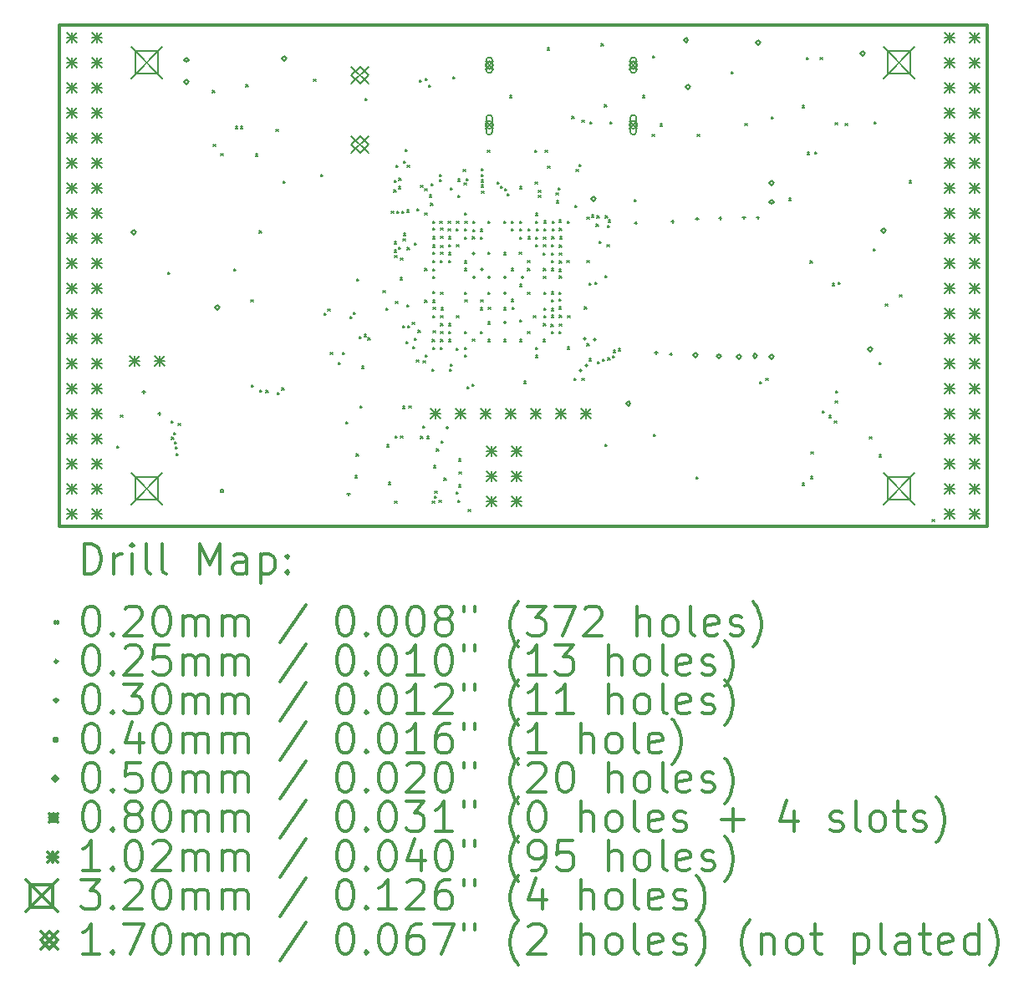
<source format=gbr>
%FSLAX45Y45*%
G04 Gerber Fmt 4.5, Leading zero omitted, Abs format (unit mm)*
G04 Created by KiCad (PCBNEW 4.0.7+dfsg1-1) date Tue Feb 27 12:54:02 2018*
%MOMM*%
%LPD*%
G01*
G04 APERTURE LIST*
%ADD10C,0.127000*%
%ADD11C,0.300000*%
%ADD12C,0.200000*%
G04 APERTURE END LIST*
D10*
D11*
X9410000Y-6142000D02*
X9410000Y-11222000D01*
X18808000Y-6142000D02*
X9410000Y-6142000D01*
X18808000Y-11222000D02*
X18808000Y-6142000D01*
X9410000Y-11222000D02*
X18808000Y-11222000D01*
D12*
X9998000Y-10410000D02*
X10018000Y-10430000D01*
X10018000Y-10410000D02*
X9998000Y-10430000D01*
X10035000Y-10094400D02*
X10055000Y-10114400D01*
X10055000Y-10094400D02*
X10035000Y-10114400D01*
X10514501Y-8649556D02*
X10534501Y-8669556D01*
X10534501Y-8649556D02*
X10514501Y-8669556D01*
X10547276Y-10156132D02*
X10567276Y-10176132D01*
X10567276Y-10156132D02*
X10547276Y-10176132D01*
X10552725Y-10321224D02*
X10572725Y-10341224D01*
X10572725Y-10321224D02*
X10552725Y-10341224D01*
X10571376Y-10271934D02*
X10591376Y-10291934D01*
X10591376Y-10271934D02*
X10571376Y-10291934D01*
X10579560Y-10366582D02*
X10599560Y-10386582D01*
X10599560Y-10366582D02*
X10579560Y-10386582D01*
X10589272Y-10418380D02*
X10609272Y-10438380D01*
X10609272Y-10418380D02*
X10589272Y-10438380D01*
X10598875Y-10487404D02*
X10618875Y-10507404D01*
X10618875Y-10487404D02*
X10598875Y-10507404D01*
X10617613Y-10179347D02*
X10637613Y-10199347D01*
X10637613Y-10179347D02*
X10617613Y-10199347D01*
X10966038Y-6807790D02*
X10986038Y-6827790D01*
X10986038Y-6807790D02*
X10966038Y-6827790D01*
X10974000Y-7352000D02*
X10994000Y-7372000D01*
X10994000Y-7352000D02*
X10974000Y-7372000D01*
X11049908Y-7448938D02*
X11069908Y-7468938D01*
X11069908Y-7448938D02*
X11049908Y-7468938D01*
X11179522Y-8615379D02*
X11199522Y-8635379D01*
X11199522Y-8615379D02*
X11179522Y-8635379D01*
X11197485Y-7171053D02*
X11217485Y-7191053D01*
X11217485Y-7171053D02*
X11197485Y-7191053D01*
X11251427Y-7170353D02*
X11271427Y-7190353D01*
X11271427Y-7170353D02*
X11251427Y-7190353D01*
X11305725Y-6746706D02*
X11325725Y-6766706D01*
X11325725Y-6746706D02*
X11305725Y-6766706D01*
X11356061Y-8927572D02*
X11376061Y-8947572D01*
X11376061Y-8927572D02*
X11356061Y-8947572D01*
X11360000Y-9792000D02*
X11380000Y-9812000D01*
X11380000Y-9792000D02*
X11360000Y-9812000D01*
X11400408Y-7451220D02*
X11420408Y-7471220D01*
X11420408Y-7451220D02*
X11400408Y-7471220D01*
X11441393Y-8230943D02*
X11461393Y-8250943D01*
X11461393Y-8230943D02*
X11441393Y-8250943D01*
X11446099Y-9843956D02*
X11466099Y-9863956D01*
X11466099Y-9843956D02*
X11446099Y-9863956D01*
X11509063Y-9847239D02*
X11529063Y-9867239D01*
X11529063Y-9847239D02*
X11509063Y-9867239D01*
X11609800Y-7198800D02*
X11629800Y-7218800D01*
X11629800Y-7198800D02*
X11609800Y-7218800D01*
X11622596Y-9869085D02*
X11642596Y-9889085D01*
X11642596Y-9869085D02*
X11622596Y-9889085D01*
X11670000Y-9822000D02*
X11690000Y-9842000D01*
X11690000Y-9822000D02*
X11670000Y-9842000D01*
X11681293Y-7725516D02*
X11701293Y-7745516D01*
X11701293Y-7725516D02*
X11681293Y-7745516D01*
X11990800Y-6690800D02*
X12010800Y-6710800D01*
X12010800Y-6690800D02*
X11990800Y-6710800D01*
X12063993Y-7659408D02*
X12083993Y-7679408D01*
X12083993Y-7659408D02*
X12063993Y-7679408D01*
X12098833Y-9065379D02*
X12118833Y-9085379D01*
X12118833Y-9065379D02*
X12098833Y-9085379D01*
X12133122Y-9021159D02*
X12153122Y-9041159D01*
X12153122Y-9021159D02*
X12133122Y-9041159D01*
X12158748Y-9461825D02*
X12178748Y-9481825D01*
X12178748Y-9461825D02*
X12158748Y-9481825D01*
X12242792Y-9562590D02*
X12262792Y-9582590D01*
X12262792Y-9562590D02*
X12242792Y-9582590D01*
X12283265Y-9462436D02*
X12303265Y-9482436D01*
X12303265Y-9462436D02*
X12283265Y-9482436D01*
X12317388Y-10161592D02*
X12337388Y-10181592D01*
X12337388Y-10161592D02*
X12317388Y-10181592D01*
X12361487Y-9095738D02*
X12381487Y-9115738D01*
X12381487Y-9095738D02*
X12361487Y-9115738D01*
X12392261Y-9052760D02*
X12412261Y-9072760D01*
X12412261Y-9052760D02*
X12392261Y-9072760D01*
X12410242Y-10710764D02*
X12430242Y-10730764D01*
X12430242Y-10710764D02*
X12410242Y-10730764D01*
X12422216Y-10490236D02*
X12442216Y-10510236D01*
X12442216Y-10490236D02*
X12422216Y-10510236D01*
X12426118Y-8717437D02*
X12446118Y-8737437D01*
X12446118Y-8717437D02*
X12426118Y-8737437D01*
X12426118Y-8717437D02*
X12446118Y-8737437D01*
X12446118Y-8717437D02*
X12426118Y-8737437D01*
X12453269Y-9302035D02*
X12473269Y-9322035D01*
X12473269Y-9302035D02*
X12453269Y-9322035D01*
X12460744Y-10002698D02*
X12480744Y-10022698D01*
X12480744Y-10002698D02*
X12460744Y-10022698D01*
X12474902Y-9600287D02*
X12494902Y-9620287D01*
X12494902Y-9600287D02*
X12474902Y-9620287D01*
X12501033Y-9279764D02*
X12521033Y-9299764D01*
X12521033Y-9279764D02*
X12501033Y-9299764D01*
X12509354Y-6886299D02*
X12529354Y-6906299D01*
X12529354Y-6886299D02*
X12509354Y-6906299D01*
X12542510Y-9313676D02*
X12562510Y-9333676D01*
X12562510Y-9313676D02*
X12542510Y-9333676D01*
X12694005Y-8832641D02*
X12714005Y-8852641D01*
X12714005Y-8832641D02*
X12694005Y-8852641D01*
X12720827Y-9012146D02*
X12740827Y-9032146D01*
X12740827Y-9012146D02*
X12720827Y-9032146D01*
X12731909Y-10397773D02*
X12751909Y-10417773D01*
X12751909Y-10397773D02*
X12731909Y-10417773D01*
X12748660Y-10777504D02*
X12768660Y-10797504D01*
X12768660Y-10777504D02*
X12748660Y-10797504D01*
X12778962Y-8030743D02*
X12798962Y-8050743D01*
X12798962Y-8030743D02*
X12778962Y-8050743D01*
X12802557Y-7813365D02*
X12822557Y-7833365D01*
X12822557Y-7813365D02*
X12802557Y-7833365D01*
X12805201Y-7715784D02*
X12825201Y-7735784D01*
X12825201Y-7715784D02*
X12805201Y-7735784D01*
X12806546Y-8340972D02*
X12826546Y-8360972D01*
X12826546Y-8340972D02*
X12806546Y-8360972D01*
X12808202Y-8425374D02*
X12828202Y-8445374D01*
X12828202Y-8425374D02*
X12808202Y-8445374D01*
X12810769Y-8478012D02*
X12830769Y-8498012D01*
X12830769Y-8478012D02*
X12810769Y-8498012D01*
X12811634Y-10966034D02*
X12831634Y-10986034D01*
X12831634Y-10966034D02*
X12811634Y-10986034D01*
X12818000Y-10310000D02*
X12838000Y-10330000D01*
X12838000Y-10310000D02*
X12818000Y-10330000D01*
X12821209Y-8945692D02*
X12841209Y-8965692D01*
X12841209Y-8945692D02*
X12821209Y-8965692D01*
X12823318Y-7566981D02*
X12843318Y-7586981D01*
X12843318Y-7566981D02*
X12823318Y-7586981D01*
X12831658Y-8029985D02*
X12851658Y-8049985D01*
X12851658Y-8029985D02*
X12831658Y-8049985D01*
X12849054Y-7779404D02*
X12869054Y-7799404D01*
X12869054Y-7779404D02*
X12849054Y-7799404D01*
X12852266Y-8396464D02*
X12872266Y-8416464D01*
X12872266Y-8396464D02*
X12852266Y-8416464D01*
X12854493Y-7695003D02*
X12874493Y-7715003D01*
X12874493Y-7695003D02*
X12854493Y-7715003D01*
X12867665Y-8702786D02*
X12887665Y-8722786D01*
X12887665Y-8702786D02*
X12867665Y-8722786D01*
X12870682Y-10308590D02*
X12890682Y-10328590D01*
X12890682Y-10308590D02*
X12870682Y-10328590D01*
X12872311Y-8505356D02*
X12892311Y-8525356D01*
X12892311Y-8505356D02*
X12872311Y-8525356D01*
X12884359Y-8029973D02*
X12904359Y-8049973D01*
X12904359Y-8029973D02*
X12884359Y-8049973D01*
X12890520Y-10007480D02*
X12910520Y-10027480D01*
X12910520Y-10007480D02*
X12890520Y-10027480D01*
X12892859Y-9188600D02*
X12912859Y-9208600D01*
X12912859Y-9188600D02*
X12892859Y-9208600D01*
X12895438Y-8307924D02*
X12915438Y-8327924D01*
X12915438Y-8307924D02*
X12895438Y-8327924D01*
X12900909Y-8255507D02*
X12920909Y-8275507D01*
X12920909Y-8255507D02*
X12900909Y-8275507D01*
X12902508Y-7521580D02*
X12922508Y-7541580D01*
X12922508Y-7521580D02*
X12902508Y-7541580D01*
X12915222Y-7404246D02*
X12935222Y-7424246D01*
X12935222Y-7404246D02*
X12915222Y-7424246D01*
X12927175Y-9350117D02*
X12947175Y-9370117D01*
X12947175Y-9350117D02*
X12927175Y-9370117D01*
X12934924Y-8977393D02*
X12954924Y-8997393D01*
X12954924Y-8977393D02*
X12934924Y-8997393D01*
X12935799Y-8018511D02*
X12955799Y-8038511D01*
X12955799Y-8018511D02*
X12935799Y-8038511D01*
X12938767Y-8397993D02*
X12958767Y-8417993D01*
X12958767Y-8397993D02*
X12938767Y-8417993D01*
X12939334Y-7563781D02*
X12959334Y-7583781D01*
X12959334Y-7563781D02*
X12939334Y-7583781D01*
X12945560Y-9188599D02*
X12965560Y-9208599D01*
X12965560Y-9188599D02*
X12945560Y-9208599D01*
X12956000Y-10005500D02*
X12976000Y-10025500D01*
X12976000Y-10005500D02*
X12956000Y-10025500D01*
X12988324Y-9156898D02*
X13008324Y-9176898D01*
X13008324Y-9156898D02*
X12988324Y-9176898D01*
X12995333Y-9401321D02*
X13015333Y-9421321D01*
X13015333Y-9401321D02*
X12995333Y-9421321D01*
X13010463Y-8349948D02*
X13030463Y-8369948D01*
X13030463Y-8349948D02*
X13010463Y-8369948D01*
X13011135Y-9318427D02*
X13031135Y-9338427D01*
X13031135Y-9318427D02*
X13011135Y-9338427D01*
X13032200Y-9535600D02*
X13052200Y-9555600D01*
X13052200Y-9535600D02*
X13032200Y-9555600D01*
X13038990Y-8006723D02*
X13058990Y-8026723D01*
X13058990Y-8006723D02*
X13038990Y-8026723D01*
X13048303Y-9237563D02*
X13068303Y-9257563D01*
X13068303Y-9237563D02*
X13048303Y-9257563D01*
X13060488Y-6700556D02*
X13080488Y-6720556D01*
X13080488Y-6700556D02*
X13060488Y-6720556D01*
X13073948Y-10310899D02*
X13093948Y-10330899D01*
X13093948Y-10310899D02*
X13073948Y-10330899D01*
X13075683Y-7768682D02*
X13095683Y-7788682D01*
X13095683Y-7768682D02*
X13075683Y-7788682D01*
X13093907Y-10208700D02*
X13113907Y-10228700D01*
X13113907Y-10208700D02*
X13093907Y-10228700D01*
X13098471Y-9546418D02*
X13118471Y-9566418D01*
X13118471Y-9546418D02*
X13098471Y-9566418D01*
X13115313Y-7803422D02*
X13135313Y-7823422D01*
X13135313Y-7803422D02*
X13115313Y-7823422D01*
X13117530Y-8049575D02*
X13137530Y-8069575D01*
X13137530Y-8049575D02*
X13117530Y-8069575D01*
X13117831Y-8611310D02*
X13137831Y-8631310D01*
X13137831Y-8611310D02*
X13117831Y-8631310D01*
X13117950Y-8930733D02*
X13137950Y-8950733D01*
X13137950Y-8930733D02*
X13117950Y-8950733D01*
X13121616Y-9485914D02*
X13141616Y-9505914D01*
X13141616Y-9485914D02*
X13121616Y-9505914D01*
X13122921Y-6682805D02*
X13142921Y-6702805D01*
X13142921Y-6682805D02*
X13122921Y-6702805D01*
X13135385Y-10310829D02*
X13155385Y-10330829D01*
X13155385Y-10310829D02*
X13135385Y-10330829D01*
X13154409Y-6752000D02*
X13174409Y-6772000D01*
X13174409Y-6752000D02*
X13154409Y-6772000D01*
X13160933Y-7864587D02*
X13180933Y-7884587D01*
X13180933Y-7864587D02*
X13160933Y-7884587D01*
X13174731Y-7948989D02*
X13194731Y-7968989D01*
X13194731Y-7948989D02*
X13174731Y-7968989D01*
X13182329Y-7748485D02*
X13202329Y-7768485D01*
X13202329Y-7748485D02*
X13182329Y-7768485D01*
X13188633Y-9630479D02*
X13208633Y-9650479D01*
X13208633Y-9630479D02*
X13188633Y-9650479D01*
X13192441Y-10966678D02*
X13212441Y-10986678D01*
X13212441Y-10966678D02*
X13192441Y-10986678D01*
X13193199Y-9330000D02*
X13213199Y-9350000D01*
X13213199Y-9330000D02*
X13193199Y-9350000D01*
X13196210Y-8443398D02*
X13216210Y-8463398D01*
X13216210Y-8443398D02*
X13196210Y-8463398D01*
X13197298Y-8527799D02*
X13217298Y-8547799D01*
X13217298Y-8527799D02*
X13197298Y-8547799D01*
X13197562Y-8931064D02*
X13217562Y-8951064D01*
X13217562Y-8931064D02*
X13197562Y-8951064D01*
X13197734Y-9090201D02*
X13217734Y-9110201D01*
X13217734Y-9090201D02*
X13197734Y-9110201D01*
X13197902Y-8288404D02*
X13217902Y-8308404D01*
X13217902Y-8288404D02*
X13197902Y-8308404D01*
X13198000Y-8130000D02*
X13218000Y-8150000D01*
X13218000Y-8130000D02*
X13198000Y-8150000D01*
X13198000Y-8690000D02*
X13218000Y-8710000D01*
X13218000Y-8690000D02*
X13198000Y-8710000D01*
X13198000Y-9410000D02*
X13218000Y-9430000D01*
X13218000Y-9410000D02*
X13198000Y-9430000D01*
X13198001Y-8200333D02*
X13218001Y-8220333D01*
X13218001Y-8200333D02*
X13198001Y-8220333D01*
X13198303Y-8616041D02*
X13218303Y-8636041D01*
X13218303Y-8616041D02*
X13198303Y-8636041D01*
X13198368Y-8372806D02*
X13218368Y-8392806D01*
X13218368Y-8372806D02*
X13198368Y-8392806D01*
X13198405Y-8845827D02*
X13218405Y-8865827D01*
X13218405Y-8845827D02*
X13198405Y-8865827D01*
X13200000Y-9005799D02*
X13220000Y-9025799D01*
X13220000Y-9005799D02*
X13200000Y-9025799D01*
X13201075Y-9242748D02*
X13221075Y-9262748D01*
X13221075Y-9242748D02*
X13201075Y-9262748D01*
X13206286Y-10608587D02*
X13226286Y-10628587D01*
X13226286Y-10608587D02*
X13206286Y-10628587D01*
X13211973Y-10917729D02*
X13231973Y-10937729D01*
X13231973Y-10917729D02*
X13211973Y-10937729D01*
X13218587Y-10865445D02*
X13238587Y-10885445D01*
X13238587Y-10865445D02*
X13218587Y-10885445D01*
X13236800Y-10440341D02*
X13256800Y-10460341D01*
X13256800Y-10440341D02*
X13236800Y-10460341D01*
X13260800Y-10958000D02*
X13280800Y-10978000D01*
X13280800Y-10958000D02*
X13260800Y-10978000D01*
X13263724Y-7657621D02*
X13283724Y-7677621D01*
X13283724Y-7657621D02*
X13263724Y-7677621D01*
X13266117Y-7710267D02*
X13286117Y-7730267D01*
X13286117Y-7710267D02*
X13266117Y-7730267D01*
X13268334Y-8130000D02*
X13288334Y-8150000D01*
X13288334Y-8130000D02*
X13268334Y-8150000D01*
X13273464Y-8527799D02*
X13293464Y-8547799D01*
X13293464Y-8527799D02*
X13273464Y-8547799D01*
X13274623Y-9409707D02*
X13294623Y-9429707D01*
X13294623Y-9409707D02*
X13274623Y-9429707D01*
X13276300Y-8202454D02*
X13296300Y-8222454D01*
X13296300Y-8202454D02*
X13276300Y-8222454D01*
X13277177Y-8443398D02*
X13297177Y-8463398D01*
X13297177Y-8443398D02*
X13277177Y-8463398D01*
X13277261Y-8286855D02*
X13297261Y-8306855D01*
X13297261Y-8286855D02*
X13277261Y-8306855D01*
X13278000Y-8850000D02*
X13298000Y-8870000D01*
X13298000Y-8850000D02*
X13278000Y-8870000D01*
X13278000Y-9090000D02*
X13298000Y-9110000D01*
X13298000Y-9090000D02*
X13278000Y-9110000D01*
X13278000Y-9170000D02*
X13298000Y-9190000D01*
X13298000Y-9170000D02*
X13278000Y-9190000D01*
X13278000Y-9250000D02*
X13298000Y-9270000D01*
X13298000Y-9250000D02*
X13278000Y-9270000D01*
X13278000Y-9330000D02*
X13298000Y-9350000D01*
X13298000Y-9330000D02*
X13278000Y-9350000D01*
X13278089Y-8379783D02*
X13298089Y-8399784D01*
X13298089Y-8379783D02*
X13278089Y-8399784D01*
X13280000Y-9008000D02*
X13300000Y-9028000D01*
X13300000Y-9008000D02*
X13280000Y-9028000D01*
X13283696Y-10361100D02*
X13303696Y-10381100D01*
X13303696Y-10361100D02*
X13283696Y-10381100D01*
X13311600Y-10736500D02*
X13331600Y-10756500D01*
X13331600Y-10736500D02*
X13311600Y-10756500D01*
X13352736Y-8131468D02*
X13372736Y-8151468D01*
X13372736Y-8131468D02*
X13352736Y-8151468D01*
X13354839Y-8209060D02*
X13374839Y-8229060D01*
X13374839Y-8209060D02*
X13354839Y-8229060D01*
X13357194Y-8449520D02*
X13377194Y-8469520D01*
X13377194Y-8449520D02*
X13357194Y-8469520D01*
X13358000Y-8290000D02*
X13378000Y-8310000D01*
X13378000Y-8290000D02*
X13358000Y-8310000D01*
X13358000Y-8370000D02*
X13378000Y-8390000D01*
X13378000Y-8370000D02*
X13358000Y-8390000D01*
X13358000Y-8530000D02*
X13378000Y-8550000D01*
X13378000Y-8530000D02*
X13358000Y-8550000D01*
X13358000Y-9170000D02*
X13378000Y-9190000D01*
X13378000Y-9170000D02*
X13358000Y-9190000D01*
X13358000Y-9250000D02*
X13378000Y-9270000D01*
X13378000Y-9250000D02*
X13358000Y-9270000D01*
X13358548Y-9330230D02*
X13378548Y-9350230D01*
X13378548Y-9330230D02*
X13358548Y-9350230D01*
X13366285Y-9629515D02*
X13386285Y-9649515D01*
X13386285Y-9629515D02*
X13366285Y-9649515D01*
X13375239Y-9577580D02*
X13395239Y-9597580D01*
X13395239Y-9577580D02*
X13375239Y-9597580D01*
X13377602Y-7794713D02*
X13397602Y-7814713D01*
X13397602Y-7794713D02*
X13377602Y-7814713D01*
X13402494Y-6667598D02*
X13422494Y-6687598D01*
X13422494Y-6667598D02*
X13402494Y-6687598D01*
X13433398Y-8208015D02*
X13453398Y-8228015D01*
X13453398Y-8208015D02*
X13433398Y-8228015D01*
X13435582Y-9416717D02*
X13455582Y-9436717D01*
X13455582Y-9416717D02*
X13435582Y-9436717D01*
X13436400Y-10874197D02*
X13456400Y-10894197D01*
X13456400Y-10874197D02*
X13436400Y-10894197D01*
X13437137Y-8130675D02*
X13457137Y-8150675D01*
X13457137Y-8130675D02*
X13437137Y-8150675D01*
X13438000Y-8370000D02*
X13458000Y-8390000D01*
X13458000Y-8370000D02*
X13438000Y-8390000D01*
X13438000Y-9090000D02*
X13458000Y-9110000D01*
X13458000Y-9090000D02*
X13438000Y-9110000D01*
X13451300Y-7871900D02*
X13471300Y-7891900D01*
X13471300Y-7871900D02*
X13451300Y-7891900D01*
X13452909Y-7703051D02*
X13472909Y-7723051D01*
X13472909Y-7703051D02*
X13452909Y-7723051D01*
X13453687Y-10961995D02*
X13473687Y-10981995D01*
X13473687Y-10961995D02*
X13453687Y-10981995D01*
X13457587Y-10803159D02*
X13477587Y-10823159D01*
X13477587Y-10803159D02*
X13457587Y-10823159D01*
X13460735Y-10540845D02*
X13480735Y-10560845D01*
X13480735Y-10540845D02*
X13460735Y-10560845D01*
X13465065Y-10671051D02*
X13485065Y-10691051D01*
X13485065Y-10671051D02*
X13465065Y-10691051D01*
X13507526Y-7608347D02*
X13527526Y-7628347D01*
X13527526Y-7608347D02*
X13507526Y-7628347D01*
X13513546Y-7744852D02*
X13533546Y-7764852D01*
X13533546Y-7744852D02*
X13513546Y-7764852D01*
X13517331Y-8851860D02*
X13537331Y-8871860D01*
X13537331Y-8851860D02*
X13517331Y-8871860D01*
X13517799Y-8209385D02*
X13537799Y-8229385D01*
X13537799Y-8209385D02*
X13517799Y-8229385D01*
X13518000Y-8292201D02*
X13538000Y-8312201D01*
X13538000Y-8292201D02*
X13518000Y-8312201D01*
X13518000Y-8534000D02*
X13538000Y-8554000D01*
X13538000Y-8534000D02*
X13518000Y-8554000D01*
X13518000Y-8610000D02*
X13538000Y-8630000D01*
X13538000Y-8610000D02*
X13518000Y-8630000D01*
X13518000Y-9250000D02*
X13538000Y-9270000D01*
X13538000Y-9250000D02*
X13518000Y-9270000D01*
X13518128Y-8048312D02*
X13538128Y-8068312D01*
X13538128Y-8048312D02*
X13518128Y-8068312D01*
X13518463Y-9488530D02*
X13538463Y-9508530D01*
X13538463Y-9488530D02*
X13518463Y-9508530D01*
X13518862Y-9412562D02*
X13538862Y-9432562D01*
X13538862Y-9412562D02*
X13518862Y-9432562D01*
X13521697Y-8134201D02*
X13541697Y-8154201D01*
X13541697Y-8134201D02*
X13521697Y-8154201D01*
X13524276Y-8928163D02*
X13544276Y-8948163D01*
X13544276Y-8928163D02*
X13524276Y-8948163D01*
X13537310Y-7697813D02*
X13557310Y-7717813D01*
X13557310Y-7697813D02*
X13537310Y-7717813D01*
X13541702Y-9806717D02*
X13561702Y-9826717D01*
X13561702Y-9806717D02*
X13541702Y-9826717D01*
X13555656Y-11051071D02*
X13575656Y-11071071D01*
X13575656Y-11051071D02*
X13555656Y-11071071D01*
X13592822Y-9782273D02*
X13612822Y-9802273D01*
X13612822Y-9782273D02*
X13592822Y-9802273D01*
X13598000Y-8290000D02*
X13618000Y-8310000D01*
X13618000Y-8290000D02*
X13598000Y-8310000D01*
X13599596Y-9326965D02*
X13619596Y-9346965D01*
X13619596Y-9326965D02*
X13599596Y-9346965D01*
X13602455Y-8216004D02*
X13622455Y-8236004D01*
X13622455Y-8216004D02*
X13602455Y-8236004D01*
X13606098Y-8131603D02*
X13626098Y-8151603D01*
X13626098Y-8131603D02*
X13606098Y-8151603D01*
X13678000Y-9250000D02*
X13698000Y-9270000D01*
X13698000Y-9250000D02*
X13678000Y-9270000D01*
X13678517Y-9009483D02*
X13698517Y-9029483D01*
X13698517Y-9009483D02*
X13678517Y-9029483D01*
X13680000Y-8212000D02*
X13700000Y-8232000D01*
X13700000Y-8212000D02*
X13680000Y-8232000D01*
X13680000Y-8292000D02*
X13700000Y-8312000D01*
X13700000Y-8292000D02*
X13680000Y-8312000D01*
X13684453Y-8927346D02*
X13704453Y-8947346D01*
X13704453Y-8927346D02*
X13684453Y-8947346D01*
X13687030Y-7598459D02*
X13707030Y-7618459D01*
X13707030Y-7598459D02*
X13687030Y-7618459D01*
X13689122Y-7711926D02*
X13709122Y-7731926D01*
X13709122Y-7711926D02*
X13689122Y-7731926D01*
X13689122Y-7764665D02*
X13709122Y-7784665D01*
X13709122Y-7764665D02*
X13689122Y-7784665D01*
X13690831Y-7659224D02*
X13710831Y-7679224D01*
X13710831Y-7659224D02*
X13690831Y-7679224D01*
X13692017Y-7825016D02*
X13712017Y-7845016D01*
X13712017Y-7825016D02*
X13692017Y-7845016D01*
X13752023Y-7412176D02*
X13772023Y-7432176D01*
X13772023Y-7412176D02*
X13752023Y-7432176D01*
X13755905Y-9153803D02*
X13775905Y-9173803D01*
X13775905Y-9153803D02*
X13755905Y-9173803D01*
X13758000Y-8130000D02*
X13778000Y-8150000D01*
X13778000Y-8130000D02*
X13758000Y-8150000D01*
X13758000Y-8850000D02*
X13778000Y-8870000D01*
X13778000Y-8850000D02*
X13758000Y-8870000D01*
X13758000Y-9330000D02*
X13778000Y-9350000D01*
X13778000Y-9330000D02*
X13758000Y-9350000D01*
X13758056Y-8443409D02*
X13778056Y-8463409D01*
X13778056Y-8443409D02*
X13758056Y-8463409D01*
X13758900Y-9002299D02*
X13778900Y-9022299D01*
X13778900Y-9002299D02*
X13758900Y-9022299D01*
X13849905Y-7736680D02*
X13869905Y-7756680D01*
X13869905Y-7736680D02*
X13849905Y-7756680D01*
X13881743Y-7778678D02*
X13901743Y-7798678D01*
X13901743Y-7778678D02*
X13881743Y-7798678D01*
X13917252Y-8451135D02*
X13937252Y-8471135D01*
X13937252Y-8451135D02*
X13917252Y-8471135D01*
X13918000Y-8130000D02*
X13938000Y-8150000D01*
X13938000Y-8130000D02*
X13918000Y-8150000D01*
X13918000Y-9330000D02*
X13938000Y-9350000D01*
X13938000Y-9330000D02*
X13918000Y-9350000D01*
X13918580Y-9007769D02*
X13938580Y-9027769D01*
X13938580Y-9007769D02*
X13918580Y-9027769D01*
X13927792Y-7804307D02*
X13947792Y-7824307D01*
X13947792Y-7804307D02*
X13927792Y-7824307D01*
X13949795Y-7852195D02*
X13969795Y-7872195D01*
X13969795Y-7852195D02*
X13949795Y-7872195D01*
X13976437Y-6856567D02*
X13996437Y-6876567D01*
X13996437Y-6856567D02*
X13976437Y-6876567D01*
X13991460Y-8609297D02*
X14011460Y-8629297D01*
X14011460Y-8609297D02*
X13991460Y-8629297D01*
X13992898Y-8210000D02*
X14012898Y-8230000D01*
X14012898Y-8210000D02*
X13992898Y-8230000D01*
X13993599Y-8130000D02*
X14013599Y-8150000D01*
X14013599Y-8130000D02*
X13993599Y-8150000D01*
X13993894Y-8925097D02*
X14013894Y-8945097D01*
X14013894Y-8925097D02*
X13993894Y-8945097D01*
X13999489Y-9002299D02*
X14019489Y-9022299D01*
X14019489Y-9002299D02*
X13999489Y-9022299D01*
X14073600Y-8443400D02*
X14093600Y-8463400D01*
X14093600Y-8443400D02*
X14073600Y-8463400D01*
X14076133Y-8294127D02*
X14096133Y-8314127D01*
X14096133Y-8294127D02*
X14076133Y-8314127D01*
X14077299Y-8207716D02*
X14097299Y-8227716D01*
X14097299Y-8207716D02*
X14077299Y-8227716D01*
X14077419Y-9133335D02*
X14097419Y-9153335D01*
X14097419Y-9133335D02*
X14077419Y-9153335D01*
X14078000Y-8130000D02*
X14098000Y-8150000D01*
X14098000Y-8130000D02*
X14078000Y-8150000D01*
X14078000Y-9330000D02*
X14098000Y-9350000D01*
X14098000Y-9330000D02*
X14078000Y-9350000D01*
X14078001Y-7779404D02*
X14098001Y-7799404D01*
X14098001Y-7779404D02*
X14078001Y-7799404D01*
X14079623Y-8771623D02*
X14099623Y-8791623D01*
X14099623Y-8771623D02*
X14079623Y-8791623D01*
X14118066Y-9754201D02*
X14138066Y-9774201D01*
X14138066Y-9754201D02*
X14118066Y-9774201D01*
X14158000Y-8530000D02*
X14178000Y-8550000D01*
X14178000Y-8530000D02*
X14158000Y-8550000D01*
X14158000Y-8610000D02*
X14178000Y-8630000D01*
X14178000Y-8610000D02*
X14158000Y-8630000D01*
X14158000Y-8850000D02*
X14178000Y-8870000D01*
X14178000Y-8850000D02*
X14158000Y-8870000D01*
X14158000Y-9250000D02*
X14178000Y-9270000D01*
X14178000Y-9250000D02*
X14158000Y-9270000D01*
X14162701Y-8209494D02*
X14182701Y-8229494D01*
X14182701Y-8209494D02*
X14162701Y-8229494D01*
X14162701Y-8289887D02*
X14182701Y-8309887D01*
X14182701Y-8289887D02*
X14162701Y-8309887D01*
X14217799Y-9090000D02*
X14237799Y-9110000D01*
X14237799Y-9090000D02*
X14217799Y-9110000D01*
X14229099Y-7413615D02*
X14249099Y-7433615D01*
X14249099Y-7413615D02*
X14229099Y-7433615D01*
X14235236Y-7735268D02*
X14255236Y-7755268D01*
X14255236Y-7735268D02*
X14235236Y-7755268D01*
X14236000Y-8052000D02*
X14256000Y-8072000D01*
X14256000Y-8052000D02*
X14236000Y-8072000D01*
X14236000Y-8132000D02*
X14256000Y-8152000D01*
X14256000Y-8132000D02*
X14236000Y-8152000D01*
X14236000Y-8292000D02*
X14256000Y-8312000D01*
X14256000Y-8292000D02*
X14236000Y-8312000D01*
X14238000Y-8370000D02*
X14258000Y-8390000D01*
X14258000Y-8370000D02*
X14238000Y-8390000D01*
X14238000Y-9410000D02*
X14258000Y-9430000D01*
X14258000Y-9410000D02*
X14238000Y-9430000D01*
X14238000Y-9490000D02*
X14258000Y-9510000D01*
X14258000Y-9490000D02*
X14238000Y-9510000D01*
X14247102Y-8210435D02*
X14267102Y-8230435D01*
X14267102Y-8210435D02*
X14247102Y-8230435D01*
X14266674Y-7818161D02*
X14286674Y-7838161D01*
X14286674Y-7818161D02*
X14266674Y-7838161D01*
X14267384Y-7870857D02*
X14287384Y-7890857D01*
X14287384Y-7870857D02*
X14267384Y-7890857D01*
X14316000Y-8452000D02*
X14336000Y-8472000D01*
X14336000Y-8452000D02*
X14316000Y-8472000D01*
X14316969Y-9331491D02*
X14336969Y-9351491D01*
X14336969Y-9331491D02*
X14316969Y-9351491D01*
X14318000Y-8370000D02*
X14338000Y-8390000D01*
X14338000Y-8370000D02*
X14318000Y-8390000D01*
X14318000Y-8690000D02*
X14338000Y-8710000D01*
X14338000Y-8690000D02*
X14318000Y-8710000D01*
X14318000Y-9170000D02*
X14338000Y-9190000D01*
X14338000Y-9170000D02*
X14318000Y-9190000D01*
X14318740Y-8294201D02*
X14338740Y-8314201D01*
X14338740Y-8294201D02*
X14318740Y-8314201D01*
X14320000Y-8612000D02*
X14340000Y-8632000D01*
X14340000Y-8612000D02*
X14320000Y-8632000D01*
X14322201Y-8849503D02*
X14342201Y-8869503D01*
X14342201Y-8849503D02*
X14322201Y-8869503D01*
X14322201Y-9010195D02*
X14342201Y-9030195D01*
X14342201Y-9010195D02*
X14322201Y-9030195D01*
X14322201Y-9090066D02*
X14342201Y-9110066D01*
X14342201Y-9090066D02*
X14322201Y-9110066D01*
X14323103Y-8127729D02*
X14343103Y-8147729D01*
X14343103Y-8127729D02*
X14323103Y-8147729D01*
X14323265Y-8209799D02*
X14343265Y-8229799D01*
X14343265Y-8209799D02*
X14323265Y-8229799D01*
X14335701Y-7411913D02*
X14355701Y-7431913D01*
X14355701Y-7411913D02*
X14335701Y-7431913D01*
X14355067Y-6376252D02*
X14375067Y-6396252D01*
X14375067Y-6376252D02*
X14355067Y-6396252D01*
X14360888Y-7571730D02*
X14380888Y-7591730D01*
X14380888Y-7571730D02*
X14360888Y-7591730D01*
X14396483Y-9177765D02*
X14416483Y-9197765D01*
X14416483Y-9177765D02*
X14396483Y-9197765D01*
X14397624Y-8929530D02*
X14417624Y-8949530D01*
X14417624Y-8929530D02*
X14397624Y-8949530D01*
X14397701Y-9016697D02*
X14417701Y-9036697D01*
X14417701Y-9016697D02*
X14397701Y-9036697D01*
X14398000Y-8610000D02*
X14418000Y-8630000D01*
X14418000Y-8610000D02*
X14398000Y-8630000D01*
X14398000Y-9085650D02*
X14418000Y-9105650D01*
X14418000Y-9085650D02*
X14398000Y-9105650D01*
X14398283Y-8848451D02*
X14418283Y-8868451D01*
X14418283Y-8848451D02*
X14398283Y-8868451D01*
X14400201Y-8529722D02*
X14420201Y-8549722D01*
X14420201Y-8529722D02*
X14400201Y-8549722D01*
X14400319Y-8367799D02*
X14420319Y-8387799D01*
X14420319Y-8367799D02*
X14400319Y-8387799D01*
X14400350Y-8456040D02*
X14420350Y-8476040D01*
X14420350Y-8456040D02*
X14400350Y-8476040D01*
X14401325Y-9248876D02*
X14421325Y-9268876D01*
X14421325Y-9248876D02*
X14401325Y-9268876D01*
X14403141Y-8290000D02*
X14423141Y-8310000D01*
X14423141Y-8290000D02*
X14403141Y-8310000D01*
X14407504Y-8129877D02*
X14427504Y-8149877D01*
X14427504Y-8129877D02*
X14407504Y-8149877D01*
X14407666Y-8210000D02*
X14427666Y-8230000D01*
X14427666Y-8210000D02*
X14407666Y-8230000D01*
X14446889Y-7841762D02*
X14466889Y-7861762D01*
X14466889Y-7841762D02*
X14446889Y-7861762D01*
X14449705Y-7926163D02*
X14469705Y-7946163D01*
X14469705Y-7926163D02*
X14449705Y-7946163D01*
X14468609Y-7793745D02*
X14488609Y-7813745D01*
X14488609Y-7793745D02*
X14468609Y-7813745D01*
X14475581Y-8916848D02*
X14495581Y-8936848D01*
X14495581Y-8916848D02*
X14475581Y-8936848D01*
X14476724Y-9001248D02*
X14496724Y-9021248D01*
X14496724Y-9001248D02*
X14476724Y-9021248D01*
X14477515Y-8619275D02*
X14497515Y-8639275D01*
X14497515Y-8619275D02*
X14477515Y-8639275D01*
X14477765Y-8852201D02*
X14497765Y-8872201D01*
X14497765Y-8852201D02*
X14477765Y-8872201D01*
X14478001Y-8120333D02*
X14498001Y-8140333D01*
X14498001Y-8120333D02*
X14478001Y-8140333D01*
X14478235Y-9247799D02*
X14498235Y-9267799D01*
X14498235Y-9247799D02*
X14478235Y-9267799D01*
X14478812Y-8204734D02*
X14498812Y-8224734D01*
X14498812Y-8204734D02*
X14478812Y-8224734D01*
X14478935Y-8534874D02*
X14498935Y-8554874D01*
X14498935Y-8534874D02*
X14478935Y-8554874D01*
X14479432Y-8687756D02*
X14499432Y-8707756D01*
X14499432Y-8687756D02*
X14479432Y-8707756D01*
X14479670Y-8373537D02*
X14499670Y-8393537D01*
X14499670Y-8373537D02*
X14479670Y-8393537D01*
X14480000Y-9172000D02*
X14500000Y-9192000D01*
X14500000Y-9172000D02*
X14480000Y-9192000D01*
X14480294Y-9085650D02*
X14500294Y-9105650D01*
X14500294Y-9085650D02*
X14480294Y-9105650D01*
X14481241Y-8453582D02*
X14501241Y-8473582D01*
X14501241Y-8453582D02*
X14481241Y-8473582D01*
X14481689Y-8289136D02*
X14501689Y-8309136D01*
X14501689Y-8289136D02*
X14481689Y-8309136D01*
X14557281Y-8529606D02*
X14577281Y-8549606D01*
X14577281Y-8529606D02*
X14557281Y-8549606D01*
X14558000Y-8130512D02*
X14578000Y-8150512D01*
X14578000Y-8130512D02*
X14558000Y-8150512D01*
X14559124Y-9406675D02*
X14579124Y-9426675D01*
X14579124Y-9406675D02*
X14559124Y-9426675D01*
X14565987Y-9091018D02*
X14585987Y-9111018D01*
X14585987Y-9091018D02*
X14565987Y-9111018D01*
X14608000Y-7070000D02*
X14628000Y-7090000D01*
X14628000Y-7070000D02*
X14608000Y-7090000D01*
X14629479Y-9723392D02*
X14649479Y-9743392D01*
X14649479Y-9723392D02*
X14629479Y-9743392D01*
X14638141Y-7971938D02*
X14658141Y-7991938D01*
X14658141Y-7971938D02*
X14638141Y-7991938D01*
X14648744Y-7607406D02*
X14668744Y-7627406D01*
X14668744Y-7607406D02*
X14648744Y-7627406D01*
X14680145Y-7555491D02*
X14700145Y-7575491D01*
X14700145Y-7555491D02*
X14680145Y-7575491D01*
X14707598Y-9723392D02*
X14727598Y-9743392D01*
X14727598Y-9723392D02*
X14707598Y-9743392D01*
X14708600Y-7110000D02*
X14728600Y-7130000D01*
X14728600Y-7110000D02*
X14708600Y-7130000D01*
X14733095Y-9001248D02*
X14753095Y-9021248D01*
X14753095Y-9001248D02*
X14733095Y-9021248D01*
X14758739Y-8527409D02*
X14778739Y-8547409D01*
X14778739Y-8527409D02*
X14758739Y-8547409D01*
X14758831Y-8088311D02*
X14778831Y-8108311D01*
X14778831Y-8088311D02*
X14758831Y-8108311D01*
X14760000Y-9372000D02*
X14780000Y-9392000D01*
X14780000Y-9372000D02*
X14760000Y-9392000D01*
X14781079Y-8758342D02*
X14801079Y-8778342D01*
X14801079Y-8758342D02*
X14781079Y-8778342D01*
X14782886Y-9523902D02*
X14802886Y-9543902D01*
X14802886Y-9523902D02*
X14782886Y-9543902D01*
X14788315Y-7124708D02*
X14808315Y-7144708D01*
X14808315Y-7124708D02*
X14788315Y-7144708D01*
X14807525Y-8068155D02*
X14827525Y-8088155D01*
X14827525Y-8068155D02*
X14807525Y-8088155D01*
X14838354Y-8750817D02*
X14858354Y-8770817D01*
X14858354Y-8750817D02*
X14838354Y-8770817D01*
X14851066Y-8160586D02*
X14871066Y-8180586D01*
X14871066Y-8160586D02*
X14851066Y-8180586D01*
X14859611Y-8076185D02*
X14879611Y-8096185D01*
X14879611Y-8076185D02*
X14859611Y-8096185D01*
X14864798Y-9556963D02*
X14884798Y-9576963D01*
X14884798Y-9556963D02*
X14864798Y-9576963D01*
X14882151Y-8334201D02*
X14902151Y-8354201D01*
X14902151Y-8334201D02*
X14882151Y-8354201D01*
X14903412Y-6332405D02*
X14923412Y-6352405D01*
X14923412Y-6332405D02*
X14903412Y-6352405D01*
X14918439Y-9527799D02*
X14938439Y-9547799D01*
X14938439Y-9527799D02*
X14918439Y-9547799D01*
X14937595Y-6951968D02*
X14957595Y-6971968D01*
X14957595Y-6951968D02*
X14937595Y-6971968D01*
X14939522Y-10390910D02*
X14959522Y-10410910D01*
X14959522Y-10390910D02*
X14939522Y-10410910D01*
X14943392Y-8680994D02*
X14963392Y-8700994D01*
X14963392Y-8680994D02*
X14943392Y-8700994D01*
X14944975Y-8076843D02*
X14964975Y-8096843D01*
X14964975Y-8076843D02*
X14944975Y-8096843D01*
X14963249Y-8370769D02*
X14983249Y-8390769D01*
X14983249Y-8370769D02*
X14963249Y-8390769D01*
X14967169Y-8172566D02*
X14987169Y-8192566D01*
X14987169Y-8172566D02*
X14967169Y-8192566D01*
X14969589Y-9515108D02*
X14989589Y-9535108D01*
X14989589Y-9515108D02*
X14969589Y-9535108D01*
X14974647Y-8120398D02*
X14994647Y-8140398D01*
X14994647Y-8120398D02*
X14974647Y-8140398D01*
X14993085Y-7123185D02*
X15013085Y-7143185D01*
X15013085Y-7123185D02*
X14993085Y-7143185D01*
X15017890Y-9494025D02*
X15037890Y-9514025D01*
X15037890Y-9494025D02*
X15017890Y-9514025D01*
X15024597Y-9441753D02*
X15044597Y-9461753D01*
X15044597Y-9441753D02*
X15024597Y-9461753D01*
X15078921Y-9423257D02*
X15098921Y-9443257D01*
X15098921Y-9423257D02*
X15078921Y-9443257D01*
X15239707Y-7909347D02*
X15259707Y-7929347D01*
X15259707Y-7909347D02*
X15239707Y-7929347D01*
X15319711Y-6856567D02*
X15339711Y-6876567D01*
X15339711Y-6856567D02*
X15319711Y-6876567D01*
X15419800Y-7249600D02*
X15439800Y-7269600D01*
X15439800Y-7249600D02*
X15419800Y-7269600D01*
X15422933Y-6454377D02*
X15442933Y-6474377D01*
X15442933Y-6454377D02*
X15422933Y-6474377D01*
X15432558Y-10288777D02*
X15452558Y-10308777D01*
X15452558Y-10288777D02*
X15432558Y-10308777D01*
X15501528Y-7146346D02*
X15521528Y-7166346D01*
X15521528Y-7146346D02*
X15501528Y-7166346D01*
X15861665Y-10722518D02*
X15881665Y-10742518D01*
X15881665Y-10722518D02*
X15861665Y-10742518D01*
X15877000Y-7249600D02*
X15897000Y-7269600D01*
X15897000Y-7249600D02*
X15877000Y-7269600D01*
X16217147Y-6618496D02*
X16237147Y-6638496D01*
X16237147Y-6618496D02*
X16217147Y-6638496D01*
X16360322Y-7144216D02*
X16380322Y-7164216D01*
X16380322Y-7144216D02*
X16360322Y-7164216D01*
X16507059Y-9756632D02*
X16527059Y-9776632D01*
X16527059Y-9756632D02*
X16507059Y-9776632D01*
X16570337Y-9724488D02*
X16590337Y-9744488D01*
X16590337Y-9724488D02*
X16570337Y-9744488D01*
X16625348Y-7073546D02*
X16645348Y-7093546D01*
X16645348Y-7073546D02*
X16625348Y-7093546D01*
X16806644Y-7900804D02*
X16826644Y-7920804D01*
X16826644Y-7900804D02*
X16806644Y-7920804D01*
X16940659Y-10785373D02*
X16960659Y-10805373D01*
X16960659Y-10785373D02*
X16940659Y-10805373D01*
X16941704Y-6958649D02*
X16961704Y-6978649D01*
X16961704Y-6958649D02*
X16941704Y-6978649D01*
X16981900Y-6474900D02*
X17001900Y-6494900D01*
X17001900Y-6474900D02*
X16981900Y-6494900D01*
X16992648Y-7434686D02*
X17012648Y-7454686D01*
X17012648Y-7434686D02*
X16992648Y-7454686D01*
X17020954Y-8534153D02*
X17040954Y-8554153D01*
X17040954Y-8534153D02*
X17020954Y-8554153D01*
X17026290Y-10718620D02*
X17046290Y-10738620D01*
X17046290Y-10718620D02*
X17026290Y-10738620D01*
X17028315Y-10470365D02*
X17048315Y-10490365D01*
X17048315Y-10470365D02*
X17028315Y-10490365D01*
X17063907Y-7430637D02*
X17083907Y-7450637D01*
X17083907Y-7430637D02*
X17063907Y-7450637D01*
X17121600Y-6474900D02*
X17141600Y-6494900D01*
X17141600Y-6474900D02*
X17121600Y-6494900D01*
X17144030Y-10054574D02*
X17164030Y-10074574D01*
X17164030Y-10054574D02*
X17144030Y-10074574D01*
X17209336Y-10100566D02*
X17229336Y-10120566D01*
X17229336Y-10100566D02*
X17209336Y-10120566D01*
X17246454Y-8762201D02*
X17266454Y-8782201D01*
X17266454Y-8762201D02*
X17246454Y-8782201D01*
X17266127Y-10155168D02*
X17286127Y-10175168D01*
X17286127Y-10155168D02*
X17266127Y-10175168D01*
X17273463Y-9949992D02*
X17293463Y-9969992D01*
X17293463Y-9949992D02*
X17273463Y-9969992D01*
X17275372Y-7130727D02*
X17295372Y-7150727D01*
X17295372Y-7130727D02*
X17275372Y-7150727D01*
X17277992Y-9851865D02*
X17297992Y-9871865D01*
X17297992Y-9851865D02*
X17277992Y-9871865D01*
X17303795Y-8749428D02*
X17323795Y-8769428D01*
X17323795Y-8749428D02*
X17303795Y-8769428D01*
X17375600Y-7143899D02*
X17395600Y-7163899D01*
X17395600Y-7143899D02*
X17375600Y-7163899D01*
X17620559Y-10317981D02*
X17640559Y-10337981D01*
X17640559Y-10317981D02*
X17620559Y-10337981D01*
X17660000Y-8412000D02*
X17680000Y-8432000D01*
X17680000Y-8412000D02*
X17660000Y-8432000D01*
X17669708Y-7124179D02*
X17689708Y-7144179D01*
X17689708Y-7124179D02*
X17669708Y-7144179D01*
X17717400Y-10497912D02*
X17737400Y-10517912D01*
X17737400Y-10497912D02*
X17717400Y-10517912D01*
X17718500Y-9561000D02*
X17738500Y-9581000D01*
X17738500Y-9561000D02*
X17718500Y-9581000D01*
X17782698Y-8971206D02*
X17802698Y-8991206D01*
X17802698Y-8971206D02*
X17782698Y-8991206D01*
X17925151Y-8876833D02*
X17945151Y-8896833D01*
X17945151Y-8876833D02*
X17925151Y-8896833D01*
X18024078Y-7721693D02*
X18044078Y-7741693D01*
X18044078Y-7721693D02*
X18024078Y-7741693D01*
X18257515Y-11153763D02*
X18277515Y-11173763D01*
X18277515Y-11153763D02*
X18257515Y-11173763D01*
X13357629Y-10223262D02*
G75*
G03X13357629Y-10223262I-12700J0D01*
G01*
X13620700Y-8460000D02*
G75*
G03X13620700Y-8460000I-12700J0D01*
G01*
X13623799Y-8699540D02*
G75*
G03X13623799Y-8699540I-12700J0D01*
G01*
X13706511Y-8619631D02*
G75*
G03X13706511Y-8619631I-12700J0D01*
G01*
X13780700Y-8700000D02*
G75*
G03X13780700Y-8700000I-12700J0D01*
G01*
X13939164Y-9161521D02*
G75*
G03X13939164Y-9161521I-12700J0D01*
G01*
X13940700Y-8700000D02*
G75*
G03X13940700Y-8700000I-12700J0D01*
G01*
X13940700Y-8860000D02*
G75*
G03X13940700Y-8860000I-12700J0D01*
G01*
X14116986Y-8699500D02*
G75*
G03X14116986Y-8699500I-12700J0D01*
G01*
X14706928Y-9645206D02*
G75*
G03X14706928Y-9645206I-12700J0D01*
G01*
X14747089Y-9321713D02*
G75*
G03X14747089Y-9321713I-12700J0D01*
G01*
X14766147Y-9591326D02*
G75*
G03X14766147Y-9591326I-12700J0D01*
G01*
X14847601Y-9332231D02*
G75*
G03X14847601Y-9332231I-12700J0D01*
G01*
X10271005Y-9844495D02*
X10271005Y-9874495D01*
X10256005Y-9859495D02*
X10286005Y-9859495D01*
X10426000Y-10064000D02*
X10426000Y-10094000D01*
X10411000Y-10079000D02*
X10441000Y-10079000D01*
X12343700Y-10882200D02*
X12343700Y-10912200D01*
X12328700Y-10897200D02*
X12358700Y-10897200D01*
X15252594Y-8131387D02*
X15252594Y-8161387D01*
X15237594Y-8146387D02*
X15267594Y-8146387D01*
X15459390Y-9445795D02*
X15459390Y-9475795D01*
X15444390Y-9460795D02*
X15474390Y-9460795D01*
X15608824Y-9461298D02*
X15608824Y-9491298D01*
X15593824Y-9476298D02*
X15623824Y-9476298D01*
X15626277Y-8119937D02*
X15626277Y-8149937D01*
X15611277Y-8134937D02*
X15641277Y-8134937D01*
X15873113Y-8089893D02*
X15873113Y-8119893D01*
X15858113Y-8104893D02*
X15888113Y-8104893D01*
X16107576Y-8084202D02*
X16107576Y-8114202D01*
X16092576Y-8099202D02*
X16122576Y-8099202D01*
X16346298Y-8079243D02*
X16346298Y-8109243D01*
X16331298Y-8094243D02*
X16361298Y-8094243D01*
X16488287Y-8078899D02*
X16488287Y-8108899D01*
X16473287Y-8093899D02*
X16503287Y-8093899D01*
X11073534Y-10877788D02*
X11073534Y-10849504D01*
X11045249Y-10849504D01*
X11045249Y-10877788D01*
X11073534Y-10877788D01*
X10170789Y-8267318D02*
X10195789Y-8242318D01*
X10170789Y-8217318D01*
X10145789Y-8242318D01*
X10170789Y-8267318D01*
X10697481Y-6520397D02*
X10722481Y-6495397D01*
X10697481Y-6470397D01*
X10672481Y-6495397D01*
X10697481Y-6520397D01*
X10702149Y-6747812D02*
X10727149Y-6722812D01*
X10702149Y-6697812D01*
X10677149Y-6722812D01*
X10702149Y-6747812D01*
X11012889Y-9027815D02*
X11037889Y-9002815D01*
X11012889Y-8977815D01*
X10987889Y-9002815D01*
X11012889Y-9027815D01*
X11688050Y-6505294D02*
X11713050Y-6480294D01*
X11688050Y-6455294D01*
X11663050Y-6480294D01*
X11688050Y-6505294D01*
X14826839Y-7930002D02*
X14851839Y-7905002D01*
X14826839Y-7880002D01*
X14801839Y-7905002D01*
X14826839Y-7930002D01*
X15175800Y-10002400D02*
X15200800Y-9977400D01*
X15175800Y-9952400D01*
X15150800Y-9977400D01*
X15175800Y-10002400D01*
X15760000Y-6319400D02*
X15785000Y-6294400D01*
X15760000Y-6269400D01*
X15735000Y-6294400D01*
X15760000Y-6319400D01*
X15780757Y-6791927D02*
X15805757Y-6766927D01*
X15780757Y-6741927D01*
X15755757Y-6766927D01*
X15780757Y-6791927D01*
X15853999Y-9511877D02*
X15878999Y-9486877D01*
X15853999Y-9461877D01*
X15828999Y-9486877D01*
X15853999Y-9511877D01*
X16090540Y-9525644D02*
X16115540Y-9500644D01*
X16090540Y-9475644D01*
X16065540Y-9500644D01*
X16090540Y-9525644D01*
X16295610Y-9532849D02*
X16320610Y-9507849D01*
X16295610Y-9482849D01*
X16270610Y-9507849D01*
X16295610Y-9532849D01*
X16462573Y-9523247D02*
X16487573Y-9498247D01*
X16462573Y-9473247D01*
X16437573Y-9498247D01*
X16462573Y-9523247D01*
X16494701Y-6344407D02*
X16519701Y-6319407D01*
X16494701Y-6294407D01*
X16469701Y-6319407D01*
X16494701Y-6344407D01*
X16625554Y-7960074D02*
X16650554Y-7935074D01*
X16625554Y-7910074D01*
X16600554Y-7935074D01*
X16625554Y-7960074D01*
X16627543Y-7770254D02*
X16652543Y-7745254D01*
X16627543Y-7720254D01*
X16602543Y-7745254D01*
X16627543Y-7770254D01*
X16628469Y-9527515D02*
X16653469Y-9502515D01*
X16628469Y-9477515D01*
X16603469Y-9502515D01*
X16628469Y-9527515D01*
X17549457Y-6457256D02*
X17574457Y-6432256D01*
X17549457Y-6407256D01*
X17524457Y-6432256D01*
X17549457Y-6457256D01*
X17625494Y-9453846D02*
X17650494Y-9428846D01*
X17625494Y-9403846D01*
X17600494Y-9428846D01*
X17625494Y-9453846D01*
X17765844Y-8253135D02*
X17790844Y-8228135D01*
X17765844Y-8203135D01*
X17740844Y-8228135D01*
X17765844Y-8253135D01*
X13728000Y-6510000D02*
X13808000Y-6590000D01*
X13808000Y-6510000D02*
X13728000Y-6590000D01*
X13808000Y-6550000D02*
G75*
G03X13808000Y-6550000I-40000J0D01*
G01*
X13738000Y-6500000D02*
X13738000Y-6600000D01*
X13798000Y-6500000D02*
X13798000Y-6600000D01*
X13738000Y-6600000D02*
G75*
G03X13798000Y-6600000I30000J0D01*
G01*
X13798000Y-6500000D02*
G75*
G03X13738000Y-6500000I-30000J0D01*
G01*
X13728000Y-7115000D02*
X13808000Y-7195000D01*
X13808000Y-7115000D02*
X13728000Y-7195000D01*
X13808000Y-7155000D02*
G75*
G03X13808000Y-7155000I-40000J0D01*
G01*
X13738000Y-7085000D02*
X13738000Y-7225000D01*
X13798000Y-7085000D02*
X13798000Y-7225000D01*
X13738000Y-7225000D02*
G75*
G03X13798000Y-7225000I30000J0D01*
G01*
X13798000Y-7085000D02*
G75*
G03X13738000Y-7085000I-30000J0D01*
G01*
X15188000Y-6510000D02*
X15268000Y-6590000D01*
X15268000Y-6510000D02*
X15188000Y-6590000D01*
X15268000Y-6550000D02*
G75*
G03X15268000Y-6550000I-40000J0D01*
G01*
X15198000Y-6500000D02*
X15198000Y-6600000D01*
X15258000Y-6500000D02*
X15258000Y-6600000D01*
X15198000Y-6600000D02*
G75*
G03X15258000Y-6600000I30000J0D01*
G01*
X15258000Y-6500000D02*
G75*
G03X15198000Y-6500000I-30000J0D01*
G01*
X15188000Y-7115000D02*
X15268000Y-7195000D01*
X15268000Y-7115000D02*
X15188000Y-7195000D01*
X15268000Y-7155000D02*
G75*
G03X15268000Y-7155000I-40000J0D01*
G01*
X15198000Y-7085000D02*
X15198000Y-7225000D01*
X15258000Y-7085000D02*
X15258000Y-7225000D01*
X15198000Y-7225000D02*
G75*
G03X15258000Y-7225000I30000J0D01*
G01*
X15258000Y-7085000D02*
G75*
G03X15198000Y-7085000I-30000J0D01*
G01*
X9486200Y-6218200D02*
X9587800Y-6319800D01*
X9587800Y-6218200D02*
X9486200Y-6319800D01*
X9537000Y-6218200D02*
X9537000Y-6319800D01*
X9486200Y-6269000D02*
X9587800Y-6269000D01*
X9486200Y-6472200D02*
X9587800Y-6573800D01*
X9587800Y-6472200D02*
X9486200Y-6573800D01*
X9537000Y-6472200D02*
X9537000Y-6573800D01*
X9486200Y-6523000D02*
X9587800Y-6523000D01*
X9486200Y-6726200D02*
X9587800Y-6827800D01*
X9587800Y-6726200D02*
X9486200Y-6827800D01*
X9537000Y-6726200D02*
X9537000Y-6827800D01*
X9486200Y-6777000D02*
X9587800Y-6777000D01*
X9486200Y-6980200D02*
X9587800Y-7081800D01*
X9587800Y-6980200D02*
X9486200Y-7081800D01*
X9537000Y-6980200D02*
X9537000Y-7081800D01*
X9486200Y-7031000D02*
X9587800Y-7031000D01*
X9486200Y-7234200D02*
X9587800Y-7335800D01*
X9587800Y-7234200D02*
X9486200Y-7335800D01*
X9537000Y-7234200D02*
X9537000Y-7335800D01*
X9486200Y-7285000D02*
X9587800Y-7285000D01*
X9486200Y-7488200D02*
X9587800Y-7589800D01*
X9587800Y-7488200D02*
X9486200Y-7589800D01*
X9537000Y-7488200D02*
X9537000Y-7589800D01*
X9486200Y-7539000D02*
X9587800Y-7539000D01*
X9486200Y-7742200D02*
X9587800Y-7843800D01*
X9587800Y-7742200D02*
X9486200Y-7843800D01*
X9537000Y-7742200D02*
X9537000Y-7843800D01*
X9486200Y-7793000D02*
X9587800Y-7793000D01*
X9486200Y-7996200D02*
X9587800Y-8097800D01*
X9587800Y-7996200D02*
X9486200Y-8097800D01*
X9537000Y-7996200D02*
X9537000Y-8097800D01*
X9486200Y-8047000D02*
X9587800Y-8047000D01*
X9486200Y-8250200D02*
X9587800Y-8351800D01*
X9587800Y-8250200D02*
X9486200Y-8351800D01*
X9537000Y-8250200D02*
X9537000Y-8351800D01*
X9486200Y-8301000D02*
X9587800Y-8301000D01*
X9486200Y-8504200D02*
X9587800Y-8605800D01*
X9587800Y-8504200D02*
X9486200Y-8605800D01*
X9537000Y-8504200D02*
X9537000Y-8605800D01*
X9486200Y-8555000D02*
X9587800Y-8555000D01*
X9486200Y-8758200D02*
X9587800Y-8859800D01*
X9587800Y-8758200D02*
X9486200Y-8859800D01*
X9537000Y-8758200D02*
X9537000Y-8859800D01*
X9486200Y-8809000D02*
X9587800Y-8809000D01*
X9486200Y-9012200D02*
X9587800Y-9113800D01*
X9587800Y-9012200D02*
X9486200Y-9113800D01*
X9537000Y-9012200D02*
X9537000Y-9113800D01*
X9486200Y-9063000D02*
X9587800Y-9063000D01*
X9486200Y-9266200D02*
X9587800Y-9367800D01*
X9587800Y-9266200D02*
X9486200Y-9367800D01*
X9537000Y-9266200D02*
X9537000Y-9367800D01*
X9486200Y-9317000D02*
X9587800Y-9317000D01*
X9486200Y-9520200D02*
X9587800Y-9621800D01*
X9587800Y-9520200D02*
X9486200Y-9621800D01*
X9537000Y-9520200D02*
X9537000Y-9621800D01*
X9486200Y-9571000D02*
X9587800Y-9571000D01*
X9486200Y-9774200D02*
X9587800Y-9875800D01*
X9587800Y-9774200D02*
X9486200Y-9875800D01*
X9537000Y-9774200D02*
X9537000Y-9875800D01*
X9486200Y-9825000D02*
X9587800Y-9825000D01*
X9486200Y-10028200D02*
X9587800Y-10129800D01*
X9587800Y-10028200D02*
X9486200Y-10129800D01*
X9537000Y-10028200D02*
X9537000Y-10129800D01*
X9486200Y-10079000D02*
X9587800Y-10079000D01*
X9486200Y-10282200D02*
X9587800Y-10383800D01*
X9587800Y-10282200D02*
X9486200Y-10383800D01*
X9537000Y-10282200D02*
X9537000Y-10383800D01*
X9486200Y-10333000D02*
X9587800Y-10333000D01*
X9486200Y-10536200D02*
X9587800Y-10637800D01*
X9587800Y-10536200D02*
X9486200Y-10637800D01*
X9537000Y-10536200D02*
X9537000Y-10637800D01*
X9486200Y-10587000D02*
X9587800Y-10587000D01*
X9486200Y-10790200D02*
X9587800Y-10891800D01*
X9587800Y-10790200D02*
X9486200Y-10891800D01*
X9537000Y-10790200D02*
X9537000Y-10891800D01*
X9486200Y-10841000D02*
X9587800Y-10841000D01*
X9486200Y-11044200D02*
X9587800Y-11145800D01*
X9587800Y-11044200D02*
X9486200Y-11145800D01*
X9537000Y-11044200D02*
X9537000Y-11145800D01*
X9486200Y-11095000D02*
X9587800Y-11095000D01*
X9740200Y-6218200D02*
X9841800Y-6319800D01*
X9841800Y-6218200D02*
X9740200Y-6319800D01*
X9791000Y-6218200D02*
X9791000Y-6319800D01*
X9740200Y-6269000D02*
X9841800Y-6269000D01*
X9740200Y-6472200D02*
X9841800Y-6573800D01*
X9841800Y-6472200D02*
X9740200Y-6573800D01*
X9791000Y-6472200D02*
X9791000Y-6573800D01*
X9740200Y-6523000D02*
X9841800Y-6523000D01*
X9740200Y-6726200D02*
X9841800Y-6827800D01*
X9841800Y-6726200D02*
X9740200Y-6827800D01*
X9791000Y-6726200D02*
X9791000Y-6827800D01*
X9740200Y-6777000D02*
X9841800Y-6777000D01*
X9740200Y-6980200D02*
X9841800Y-7081800D01*
X9841800Y-6980200D02*
X9740200Y-7081800D01*
X9791000Y-6980200D02*
X9791000Y-7081800D01*
X9740200Y-7031000D02*
X9841800Y-7031000D01*
X9740200Y-7234200D02*
X9841800Y-7335800D01*
X9841800Y-7234200D02*
X9740200Y-7335800D01*
X9791000Y-7234200D02*
X9791000Y-7335800D01*
X9740200Y-7285000D02*
X9841800Y-7285000D01*
X9740200Y-7488200D02*
X9841800Y-7589800D01*
X9841800Y-7488200D02*
X9740200Y-7589800D01*
X9791000Y-7488200D02*
X9791000Y-7589800D01*
X9740200Y-7539000D02*
X9841800Y-7539000D01*
X9740200Y-7742200D02*
X9841800Y-7843800D01*
X9841800Y-7742200D02*
X9740200Y-7843800D01*
X9791000Y-7742200D02*
X9791000Y-7843800D01*
X9740200Y-7793000D02*
X9841800Y-7793000D01*
X9740200Y-7996200D02*
X9841800Y-8097800D01*
X9841800Y-7996200D02*
X9740200Y-8097800D01*
X9791000Y-7996200D02*
X9791000Y-8097800D01*
X9740200Y-8047000D02*
X9841800Y-8047000D01*
X9740200Y-8250200D02*
X9841800Y-8351800D01*
X9841800Y-8250200D02*
X9740200Y-8351800D01*
X9791000Y-8250200D02*
X9791000Y-8351800D01*
X9740200Y-8301000D02*
X9841800Y-8301000D01*
X9740200Y-8504200D02*
X9841800Y-8605800D01*
X9841800Y-8504200D02*
X9740200Y-8605800D01*
X9791000Y-8504200D02*
X9791000Y-8605800D01*
X9740200Y-8555000D02*
X9841800Y-8555000D01*
X9740200Y-8758200D02*
X9841800Y-8859800D01*
X9841800Y-8758200D02*
X9740200Y-8859800D01*
X9791000Y-8758200D02*
X9791000Y-8859800D01*
X9740200Y-8809000D02*
X9841800Y-8809000D01*
X9740200Y-9012200D02*
X9841800Y-9113800D01*
X9841800Y-9012200D02*
X9740200Y-9113800D01*
X9791000Y-9012200D02*
X9791000Y-9113800D01*
X9740200Y-9063000D02*
X9841800Y-9063000D01*
X9740200Y-9266200D02*
X9841800Y-9367800D01*
X9841800Y-9266200D02*
X9740200Y-9367800D01*
X9791000Y-9266200D02*
X9791000Y-9367800D01*
X9740200Y-9317000D02*
X9841800Y-9317000D01*
X9740200Y-9520200D02*
X9841800Y-9621800D01*
X9841800Y-9520200D02*
X9740200Y-9621800D01*
X9791000Y-9520200D02*
X9791000Y-9621800D01*
X9740200Y-9571000D02*
X9841800Y-9571000D01*
X9740200Y-9774200D02*
X9841800Y-9875800D01*
X9841800Y-9774200D02*
X9740200Y-9875800D01*
X9791000Y-9774200D02*
X9791000Y-9875800D01*
X9740200Y-9825000D02*
X9841800Y-9825000D01*
X9740200Y-10028200D02*
X9841800Y-10129800D01*
X9841800Y-10028200D02*
X9740200Y-10129800D01*
X9791000Y-10028200D02*
X9791000Y-10129800D01*
X9740200Y-10079000D02*
X9841800Y-10079000D01*
X9740200Y-10282200D02*
X9841800Y-10383800D01*
X9841800Y-10282200D02*
X9740200Y-10383800D01*
X9791000Y-10282200D02*
X9791000Y-10383800D01*
X9740200Y-10333000D02*
X9841800Y-10333000D01*
X9740200Y-10536200D02*
X9841800Y-10637800D01*
X9841800Y-10536200D02*
X9740200Y-10637800D01*
X9791000Y-10536200D02*
X9791000Y-10637800D01*
X9740200Y-10587000D02*
X9841800Y-10587000D01*
X9740200Y-10790200D02*
X9841800Y-10891800D01*
X9841800Y-10790200D02*
X9740200Y-10891800D01*
X9791000Y-10790200D02*
X9791000Y-10891800D01*
X9740200Y-10841000D02*
X9841800Y-10841000D01*
X9740200Y-11044200D02*
X9841800Y-11145800D01*
X9841800Y-11044200D02*
X9740200Y-11145800D01*
X9791000Y-11044200D02*
X9791000Y-11145800D01*
X9740200Y-11095000D02*
X9841800Y-11095000D01*
X10121200Y-9494800D02*
X10222800Y-9596400D01*
X10222800Y-9494800D02*
X10121200Y-9596400D01*
X10172000Y-9494800D02*
X10172000Y-9596400D01*
X10121200Y-9545600D02*
X10222800Y-9545600D01*
X10375200Y-9494800D02*
X10476800Y-9596400D01*
X10476800Y-9494800D02*
X10375200Y-9596400D01*
X10426000Y-9494800D02*
X10426000Y-9596400D01*
X10375200Y-9545600D02*
X10476800Y-9545600D01*
X13169200Y-10028200D02*
X13270800Y-10129800D01*
X13270800Y-10028200D02*
X13169200Y-10129800D01*
X13220000Y-10028200D02*
X13220000Y-10129800D01*
X13169200Y-10079000D02*
X13270800Y-10079000D01*
X13423200Y-10028200D02*
X13524800Y-10129800D01*
X13524800Y-10028200D02*
X13423200Y-10129800D01*
X13474000Y-10028200D02*
X13474000Y-10129800D01*
X13423200Y-10079000D02*
X13524800Y-10079000D01*
X13677200Y-10028200D02*
X13778800Y-10129800D01*
X13778800Y-10028200D02*
X13677200Y-10129800D01*
X13728000Y-10028200D02*
X13728000Y-10129800D01*
X13677200Y-10079000D02*
X13778800Y-10079000D01*
X13740700Y-10409200D02*
X13842300Y-10510800D01*
X13842300Y-10409200D02*
X13740700Y-10510800D01*
X13791500Y-10409200D02*
X13791500Y-10510800D01*
X13740700Y-10460000D02*
X13842300Y-10460000D01*
X13740700Y-10663200D02*
X13842300Y-10764800D01*
X13842300Y-10663200D02*
X13740700Y-10764800D01*
X13791500Y-10663200D02*
X13791500Y-10764800D01*
X13740700Y-10714000D02*
X13842300Y-10714000D01*
X13740700Y-10917200D02*
X13842300Y-11018800D01*
X13842300Y-10917200D02*
X13740700Y-11018800D01*
X13791500Y-10917200D02*
X13791500Y-11018800D01*
X13740700Y-10968000D02*
X13842300Y-10968000D01*
X13931200Y-10028200D02*
X14032800Y-10129800D01*
X14032800Y-10028200D02*
X13931200Y-10129800D01*
X13982000Y-10028200D02*
X13982000Y-10129800D01*
X13931200Y-10079000D02*
X14032800Y-10079000D01*
X13994700Y-10409200D02*
X14096300Y-10510800D01*
X14096300Y-10409200D02*
X13994700Y-10510800D01*
X14045500Y-10409200D02*
X14045500Y-10510800D01*
X13994700Y-10460000D02*
X14096300Y-10460000D01*
X13994700Y-10663200D02*
X14096300Y-10764800D01*
X14096300Y-10663200D02*
X13994700Y-10764800D01*
X14045500Y-10663200D02*
X14045500Y-10764800D01*
X13994700Y-10714000D02*
X14096300Y-10714000D01*
X13994700Y-10917200D02*
X14096300Y-11018800D01*
X14096300Y-10917200D02*
X13994700Y-11018800D01*
X14045500Y-10917200D02*
X14045500Y-11018800D01*
X13994700Y-10968000D02*
X14096300Y-10968000D01*
X14185200Y-10028200D02*
X14286800Y-10129800D01*
X14286800Y-10028200D02*
X14185200Y-10129800D01*
X14236000Y-10028200D02*
X14236000Y-10129800D01*
X14185200Y-10079000D02*
X14286800Y-10079000D01*
X14439200Y-10028200D02*
X14540800Y-10129800D01*
X14540800Y-10028200D02*
X14439200Y-10129800D01*
X14490000Y-10028200D02*
X14490000Y-10129800D01*
X14439200Y-10079000D02*
X14540800Y-10079000D01*
X14693200Y-10028200D02*
X14794800Y-10129800D01*
X14794800Y-10028200D02*
X14693200Y-10129800D01*
X14744000Y-10028200D02*
X14744000Y-10129800D01*
X14693200Y-10079000D02*
X14794800Y-10079000D01*
X18376200Y-6218200D02*
X18477800Y-6319800D01*
X18477800Y-6218200D02*
X18376200Y-6319800D01*
X18427000Y-6218200D02*
X18427000Y-6319800D01*
X18376200Y-6269000D02*
X18477800Y-6269000D01*
X18376200Y-6472200D02*
X18477800Y-6573800D01*
X18477800Y-6472200D02*
X18376200Y-6573800D01*
X18427000Y-6472200D02*
X18427000Y-6573800D01*
X18376200Y-6523000D02*
X18477800Y-6523000D01*
X18376200Y-6726200D02*
X18477800Y-6827800D01*
X18477800Y-6726200D02*
X18376200Y-6827800D01*
X18427000Y-6726200D02*
X18427000Y-6827800D01*
X18376200Y-6777000D02*
X18477800Y-6777000D01*
X18376200Y-6980200D02*
X18477800Y-7081800D01*
X18477800Y-6980200D02*
X18376200Y-7081800D01*
X18427000Y-6980200D02*
X18427000Y-7081800D01*
X18376200Y-7031000D02*
X18477800Y-7031000D01*
X18376200Y-7234200D02*
X18477800Y-7335800D01*
X18477800Y-7234200D02*
X18376200Y-7335800D01*
X18427000Y-7234200D02*
X18427000Y-7335800D01*
X18376200Y-7285000D02*
X18477800Y-7285000D01*
X18376200Y-7488200D02*
X18477800Y-7589800D01*
X18477800Y-7488200D02*
X18376200Y-7589800D01*
X18427000Y-7488200D02*
X18427000Y-7589800D01*
X18376200Y-7539000D02*
X18477800Y-7539000D01*
X18376200Y-7742200D02*
X18477800Y-7843800D01*
X18477800Y-7742200D02*
X18376200Y-7843800D01*
X18427000Y-7742200D02*
X18427000Y-7843800D01*
X18376200Y-7793000D02*
X18477800Y-7793000D01*
X18376200Y-7996200D02*
X18477800Y-8097800D01*
X18477800Y-7996200D02*
X18376200Y-8097800D01*
X18427000Y-7996200D02*
X18427000Y-8097800D01*
X18376200Y-8047000D02*
X18477800Y-8047000D01*
X18376200Y-8250200D02*
X18477800Y-8351800D01*
X18477800Y-8250200D02*
X18376200Y-8351800D01*
X18427000Y-8250200D02*
X18427000Y-8351800D01*
X18376200Y-8301000D02*
X18477800Y-8301000D01*
X18376200Y-8504200D02*
X18477800Y-8605800D01*
X18477800Y-8504200D02*
X18376200Y-8605800D01*
X18427000Y-8504200D02*
X18427000Y-8605800D01*
X18376200Y-8555000D02*
X18477800Y-8555000D01*
X18376200Y-8758200D02*
X18477800Y-8859800D01*
X18477800Y-8758200D02*
X18376200Y-8859800D01*
X18427000Y-8758200D02*
X18427000Y-8859800D01*
X18376200Y-8809000D02*
X18477800Y-8809000D01*
X18376200Y-9012200D02*
X18477800Y-9113800D01*
X18477800Y-9012200D02*
X18376200Y-9113800D01*
X18427000Y-9012200D02*
X18427000Y-9113800D01*
X18376200Y-9063000D02*
X18477800Y-9063000D01*
X18376200Y-9266200D02*
X18477800Y-9367800D01*
X18477800Y-9266200D02*
X18376200Y-9367800D01*
X18427000Y-9266200D02*
X18427000Y-9367800D01*
X18376200Y-9317000D02*
X18477800Y-9317000D01*
X18376200Y-9520200D02*
X18477800Y-9621800D01*
X18477800Y-9520200D02*
X18376200Y-9621800D01*
X18427000Y-9520200D02*
X18427000Y-9621800D01*
X18376200Y-9571000D02*
X18477800Y-9571000D01*
X18376200Y-9774200D02*
X18477800Y-9875800D01*
X18477800Y-9774200D02*
X18376200Y-9875800D01*
X18427000Y-9774200D02*
X18427000Y-9875800D01*
X18376200Y-9825000D02*
X18477800Y-9825000D01*
X18376200Y-10028200D02*
X18477800Y-10129800D01*
X18477800Y-10028200D02*
X18376200Y-10129800D01*
X18427000Y-10028200D02*
X18427000Y-10129800D01*
X18376200Y-10079000D02*
X18477800Y-10079000D01*
X18376200Y-10282200D02*
X18477800Y-10383800D01*
X18477800Y-10282200D02*
X18376200Y-10383800D01*
X18427000Y-10282200D02*
X18427000Y-10383800D01*
X18376200Y-10333000D02*
X18477800Y-10333000D01*
X18376200Y-10536200D02*
X18477800Y-10637800D01*
X18477800Y-10536200D02*
X18376200Y-10637800D01*
X18427000Y-10536200D02*
X18427000Y-10637800D01*
X18376200Y-10587000D02*
X18477800Y-10587000D01*
X18376200Y-10790200D02*
X18477800Y-10891800D01*
X18477800Y-10790200D02*
X18376200Y-10891800D01*
X18427000Y-10790200D02*
X18427000Y-10891800D01*
X18376200Y-10841000D02*
X18477800Y-10841000D01*
X18376200Y-11044200D02*
X18477800Y-11145800D01*
X18477800Y-11044200D02*
X18376200Y-11145800D01*
X18427000Y-11044200D02*
X18427000Y-11145800D01*
X18376200Y-11095000D02*
X18477800Y-11095000D01*
X18630200Y-6218200D02*
X18731800Y-6319800D01*
X18731800Y-6218200D02*
X18630200Y-6319800D01*
X18681000Y-6218200D02*
X18681000Y-6319800D01*
X18630200Y-6269000D02*
X18731800Y-6269000D01*
X18630200Y-6472200D02*
X18731800Y-6573800D01*
X18731800Y-6472200D02*
X18630200Y-6573800D01*
X18681000Y-6472200D02*
X18681000Y-6573800D01*
X18630200Y-6523000D02*
X18731800Y-6523000D01*
X18630200Y-6726200D02*
X18731800Y-6827800D01*
X18731800Y-6726200D02*
X18630200Y-6827800D01*
X18681000Y-6726200D02*
X18681000Y-6827800D01*
X18630200Y-6777000D02*
X18731800Y-6777000D01*
X18630200Y-6980200D02*
X18731800Y-7081800D01*
X18731800Y-6980200D02*
X18630200Y-7081800D01*
X18681000Y-6980200D02*
X18681000Y-7081800D01*
X18630200Y-7031000D02*
X18731800Y-7031000D01*
X18630200Y-7234200D02*
X18731800Y-7335800D01*
X18731800Y-7234200D02*
X18630200Y-7335800D01*
X18681000Y-7234200D02*
X18681000Y-7335800D01*
X18630200Y-7285000D02*
X18731800Y-7285000D01*
X18630200Y-7488200D02*
X18731800Y-7589800D01*
X18731800Y-7488200D02*
X18630200Y-7589800D01*
X18681000Y-7488200D02*
X18681000Y-7589800D01*
X18630200Y-7539000D02*
X18731800Y-7539000D01*
X18630200Y-7742200D02*
X18731800Y-7843800D01*
X18731800Y-7742200D02*
X18630200Y-7843800D01*
X18681000Y-7742200D02*
X18681000Y-7843800D01*
X18630200Y-7793000D02*
X18731800Y-7793000D01*
X18630200Y-7996200D02*
X18731800Y-8097800D01*
X18731800Y-7996200D02*
X18630200Y-8097800D01*
X18681000Y-7996200D02*
X18681000Y-8097800D01*
X18630200Y-8047000D02*
X18731800Y-8047000D01*
X18630200Y-8250200D02*
X18731800Y-8351800D01*
X18731800Y-8250200D02*
X18630200Y-8351800D01*
X18681000Y-8250200D02*
X18681000Y-8351800D01*
X18630200Y-8301000D02*
X18731800Y-8301000D01*
X18630200Y-8504200D02*
X18731800Y-8605800D01*
X18731800Y-8504200D02*
X18630200Y-8605800D01*
X18681000Y-8504200D02*
X18681000Y-8605800D01*
X18630200Y-8555000D02*
X18731800Y-8555000D01*
X18630200Y-8758200D02*
X18731800Y-8859800D01*
X18731800Y-8758200D02*
X18630200Y-8859800D01*
X18681000Y-8758200D02*
X18681000Y-8859800D01*
X18630200Y-8809000D02*
X18731800Y-8809000D01*
X18630200Y-9012200D02*
X18731800Y-9113800D01*
X18731800Y-9012200D02*
X18630200Y-9113800D01*
X18681000Y-9012200D02*
X18681000Y-9113800D01*
X18630200Y-9063000D02*
X18731800Y-9063000D01*
X18630200Y-9266200D02*
X18731800Y-9367800D01*
X18731800Y-9266200D02*
X18630200Y-9367800D01*
X18681000Y-9266200D02*
X18681000Y-9367800D01*
X18630200Y-9317000D02*
X18731800Y-9317000D01*
X18630200Y-9520200D02*
X18731800Y-9621800D01*
X18731800Y-9520200D02*
X18630200Y-9621800D01*
X18681000Y-9520200D02*
X18681000Y-9621800D01*
X18630200Y-9571000D02*
X18731800Y-9571000D01*
X18630200Y-9774200D02*
X18731800Y-9875800D01*
X18731800Y-9774200D02*
X18630200Y-9875800D01*
X18681000Y-9774200D02*
X18681000Y-9875800D01*
X18630200Y-9825000D02*
X18731800Y-9825000D01*
X18630200Y-10028200D02*
X18731800Y-10129800D01*
X18731800Y-10028200D02*
X18630200Y-10129800D01*
X18681000Y-10028200D02*
X18681000Y-10129800D01*
X18630200Y-10079000D02*
X18731800Y-10079000D01*
X18630200Y-10282200D02*
X18731800Y-10383800D01*
X18731800Y-10282200D02*
X18630200Y-10383800D01*
X18681000Y-10282200D02*
X18681000Y-10383800D01*
X18630200Y-10333000D02*
X18731800Y-10333000D01*
X18630200Y-10536200D02*
X18731800Y-10637800D01*
X18731800Y-10536200D02*
X18630200Y-10637800D01*
X18681000Y-10536200D02*
X18681000Y-10637800D01*
X18630200Y-10587000D02*
X18731800Y-10587000D01*
X18630200Y-10790200D02*
X18731800Y-10891800D01*
X18731800Y-10790200D02*
X18630200Y-10891800D01*
X18681000Y-10790200D02*
X18681000Y-10891800D01*
X18630200Y-10841000D02*
X18731800Y-10841000D01*
X18630200Y-11044200D02*
X18731800Y-11145800D01*
X18731800Y-11044200D02*
X18630200Y-11145800D01*
X18681000Y-11044200D02*
X18681000Y-11145800D01*
X18630200Y-11095000D02*
X18731800Y-11095000D01*
X10139000Y-6363000D02*
X10459000Y-6683000D01*
X10459000Y-6363000D02*
X10139000Y-6683000D01*
X10412138Y-6636138D02*
X10412138Y-6409862D01*
X10185862Y-6409862D01*
X10185862Y-6636138D01*
X10412138Y-6636138D01*
X10139000Y-10681000D02*
X10459000Y-11001000D01*
X10459000Y-10681000D02*
X10139000Y-11001000D01*
X10412138Y-10954138D02*
X10412138Y-10727862D01*
X10185862Y-10727862D01*
X10185862Y-10954138D01*
X10412138Y-10954138D01*
X17759000Y-6363000D02*
X18079000Y-6683000D01*
X18079000Y-6363000D02*
X17759000Y-6683000D01*
X18032138Y-6636138D02*
X18032138Y-6409862D01*
X17805862Y-6409862D01*
X17805862Y-6636138D01*
X18032138Y-6636138D01*
X17759000Y-10681000D02*
X18079000Y-11001000D01*
X18079000Y-10681000D02*
X17759000Y-11001000D01*
X18032138Y-10954138D02*
X18032138Y-10727862D01*
X17805862Y-10727862D01*
X17805862Y-10954138D01*
X18032138Y-10954138D01*
X12373000Y-6569800D02*
X12543000Y-6739800D01*
X12543000Y-6569800D02*
X12373000Y-6739800D01*
X12458000Y-6739800D02*
X12543000Y-6654800D01*
X12458000Y-6569800D01*
X12373000Y-6654800D01*
X12458000Y-6739800D01*
X12373000Y-7269800D02*
X12543000Y-7439800D01*
X12543000Y-7269800D02*
X12373000Y-7439800D01*
X12458000Y-7439800D02*
X12543000Y-7354800D01*
X12458000Y-7269800D01*
X12373000Y-7354800D01*
X12458000Y-7439800D01*
D11*
X9666429Y-11702714D02*
X9666429Y-11402714D01*
X9737857Y-11402714D01*
X9780714Y-11417000D01*
X9809286Y-11445571D01*
X9823571Y-11474143D01*
X9837857Y-11531286D01*
X9837857Y-11574143D01*
X9823571Y-11631286D01*
X9809286Y-11659857D01*
X9780714Y-11688429D01*
X9737857Y-11702714D01*
X9666429Y-11702714D01*
X9966429Y-11702714D02*
X9966429Y-11502714D01*
X9966429Y-11559857D02*
X9980714Y-11531286D01*
X9995000Y-11517000D01*
X10023571Y-11502714D01*
X10052143Y-11502714D01*
X10152143Y-11702714D02*
X10152143Y-11502714D01*
X10152143Y-11402714D02*
X10137857Y-11417000D01*
X10152143Y-11431286D01*
X10166429Y-11417000D01*
X10152143Y-11402714D01*
X10152143Y-11431286D01*
X10337857Y-11702714D02*
X10309286Y-11688429D01*
X10295000Y-11659857D01*
X10295000Y-11402714D01*
X10495000Y-11702714D02*
X10466429Y-11688429D01*
X10452143Y-11659857D01*
X10452143Y-11402714D01*
X10837857Y-11702714D02*
X10837857Y-11402714D01*
X10937857Y-11617000D01*
X11037857Y-11402714D01*
X11037857Y-11702714D01*
X11309286Y-11702714D02*
X11309286Y-11545571D01*
X11295000Y-11517000D01*
X11266428Y-11502714D01*
X11209286Y-11502714D01*
X11180714Y-11517000D01*
X11309286Y-11688429D02*
X11280714Y-11702714D01*
X11209286Y-11702714D01*
X11180714Y-11688429D01*
X11166429Y-11659857D01*
X11166429Y-11631286D01*
X11180714Y-11602714D01*
X11209286Y-11588429D01*
X11280714Y-11588429D01*
X11309286Y-11574143D01*
X11452143Y-11502714D02*
X11452143Y-11802714D01*
X11452143Y-11517000D02*
X11480714Y-11502714D01*
X11537857Y-11502714D01*
X11566428Y-11517000D01*
X11580714Y-11531286D01*
X11595000Y-11559857D01*
X11595000Y-11645571D01*
X11580714Y-11674143D01*
X11566428Y-11688429D01*
X11537857Y-11702714D01*
X11480714Y-11702714D01*
X11452143Y-11688429D01*
X11723571Y-11674143D02*
X11737857Y-11688429D01*
X11723571Y-11702714D01*
X11709286Y-11688429D01*
X11723571Y-11674143D01*
X11723571Y-11702714D01*
X11723571Y-11517000D02*
X11737857Y-11531286D01*
X11723571Y-11545571D01*
X11709286Y-11531286D01*
X11723571Y-11517000D01*
X11723571Y-11545571D01*
X9375000Y-12187000D02*
X9395000Y-12207000D01*
X9395000Y-12187000D02*
X9375000Y-12207000D01*
X9723571Y-12032714D02*
X9752143Y-12032714D01*
X9780714Y-12047000D01*
X9795000Y-12061286D01*
X9809286Y-12089857D01*
X9823571Y-12147000D01*
X9823571Y-12218429D01*
X9809286Y-12275571D01*
X9795000Y-12304143D01*
X9780714Y-12318429D01*
X9752143Y-12332714D01*
X9723571Y-12332714D01*
X9695000Y-12318429D01*
X9680714Y-12304143D01*
X9666429Y-12275571D01*
X9652143Y-12218429D01*
X9652143Y-12147000D01*
X9666429Y-12089857D01*
X9680714Y-12061286D01*
X9695000Y-12047000D01*
X9723571Y-12032714D01*
X9952143Y-12304143D02*
X9966429Y-12318429D01*
X9952143Y-12332714D01*
X9937857Y-12318429D01*
X9952143Y-12304143D01*
X9952143Y-12332714D01*
X10080714Y-12061286D02*
X10095000Y-12047000D01*
X10123571Y-12032714D01*
X10195000Y-12032714D01*
X10223571Y-12047000D01*
X10237857Y-12061286D01*
X10252143Y-12089857D01*
X10252143Y-12118429D01*
X10237857Y-12161286D01*
X10066428Y-12332714D01*
X10252143Y-12332714D01*
X10437857Y-12032714D02*
X10466429Y-12032714D01*
X10495000Y-12047000D01*
X10509286Y-12061286D01*
X10523571Y-12089857D01*
X10537857Y-12147000D01*
X10537857Y-12218429D01*
X10523571Y-12275571D01*
X10509286Y-12304143D01*
X10495000Y-12318429D01*
X10466429Y-12332714D01*
X10437857Y-12332714D01*
X10409286Y-12318429D01*
X10395000Y-12304143D01*
X10380714Y-12275571D01*
X10366429Y-12218429D01*
X10366429Y-12147000D01*
X10380714Y-12089857D01*
X10395000Y-12061286D01*
X10409286Y-12047000D01*
X10437857Y-12032714D01*
X10666429Y-12332714D02*
X10666429Y-12132714D01*
X10666429Y-12161286D02*
X10680714Y-12147000D01*
X10709286Y-12132714D01*
X10752143Y-12132714D01*
X10780714Y-12147000D01*
X10795000Y-12175571D01*
X10795000Y-12332714D01*
X10795000Y-12175571D02*
X10809286Y-12147000D01*
X10837857Y-12132714D01*
X10880714Y-12132714D01*
X10909286Y-12147000D01*
X10923571Y-12175571D01*
X10923571Y-12332714D01*
X11066429Y-12332714D02*
X11066429Y-12132714D01*
X11066429Y-12161286D02*
X11080714Y-12147000D01*
X11109286Y-12132714D01*
X11152143Y-12132714D01*
X11180714Y-12147000D01*
X11195000Y-12175571D01*
X11195000Y-12332714D01*
X11195000Y-12175571D02*
X11209286Y-12147000D01*
X11237857Y-12132714D01*
X11280714Y-12132714D01*
X11309286Y-12147000D01*
X11323571Y-12175571D01*
X11323571Y-12332714D01*
X11909286Y-12018429D02*
X11652143Y-12404143D01*
X12295000Y-12032714D02*
X12323571Y-12032714D01*
X12352143Y-12047000D01*
X12366428Y-12061286D01*
X12380714Y-12089857D01*
X12395000Y-12147000D01*
X12395000Y-12218429D01*
X12380714Y-12275571D01*
X12366428Y-12304143D01*
X12352143Y-12318429D01*
X12323571Y-12332714D01*
X12295000Y-12332714D01*
X12266428Y-12318429D01*
X12252143Y-12304143D01*
X12237857Y-12275571D01*
X12223571Y-12218429D01*
X12223571Y-12147000D01*
X12237857Y-12089857D01*
X12252143Y-12061286D01*
X12266428Y-12047000D01*
X12295000Y-12032714D01*
X12523571Y-12304143D02*
X12537857Y-12318429D01*
X12523571Y-12332714D01*
X12509286Y-12318429D01*
X12523571Y-12304143D01*
X12523571Y-12332714D01*
X12723571Y-12032714D02*
X12752143Y-12032714D01*
X12780714Y-12047000D01*
X12795000Y-12061286D01*
X12809285Y-12089857D01*
X12823571Y-12147000D01*
X12823571Y-12218429D01*
X12809285Y-12275571D01*
X12795000Y-12304143D01*
X12780714Y-12318429D01*
X12752143Y-12332714D01*
X12723571Y-12332714D01*
X12695000Y-12318429D01*
X12680714Y-12304143D01*
X12666428Y-12275571D01*
X12652143Y-12218429D01*
X12652143Y-12147000D01*
X12666428Y-12089857D01*
X12680714Y-12061286D01*
X12695000Y-12047000D01*
X12723571Y-12032714D01*
X13009285Y-12032714D02*
X13037857Y-12032714D01*
X13066428Y-12047000D01*
X13080714Y-12061286D01*
X13095000Y-12089857D01*
X13109285Y-12147000D01*
X13109285Y-12218429D01*
X13095000Y-12275571D01*
X13080714Y-12304143D01*
X13066428Y-12318429D01*
X13037857Y-12332714D01*
X13009285Y-12332714D01*
X12980714Y-12318429D01*
X12966428Y-12304143D01*
X12952143Y-12275571D01*
X12937857Y-12218429D01*
X12937857Y-12147000D01*
X12952143Y-12089857D01*
X12966428Y-12061286D01*
X12980714Y-12047000D01*
X13009285Y-12032714D01*
X13280714Y-12161286D02*
X13252143Y-12147000D01*
X13237857Y-12132714D01*
X13223571Y-12104143D01*
X13223571Y-12089857D01*
X13237857Y-12061286D01*
X13252143Y-12047000D01*
X13280714Y-12032714D01*
X13337857Y-12032714D01*
X13366428Y-12047000D01*
X13380714Y-12061286D01*
X13395000Y-12089857D01*
X13395000Y-12104143D01*
X13380714Y-12132714D01*
X13366428Y-12147000D01*
X13337857Y-12161286D01*
X13280714Y-12161286D01*
X13252143Y-12175571D01*
X13237857Y-12189857D01*
X13223571Y-12218429D01*
X13223571Y-12275571D01*
X13237857Y-12304143D01*
X13252143Y-12318429D01*
X13280714Y-12332714D01*
X13337857Y-12332714D01*
X13366428Y-12318429D01*
X13380714Y-12304143D01*
X13395000Y-12275571D01*
X13395000Y-12218429D01*
X13380714Y-12189857D01*
X13366428Y-12175571D01*
X13337857Y-12161286D01*
X13509286Y-12032714D02*
X13509286Y-12089857D01*
X13623571Y-12032714D02*
X13623571Y-12089857D01*
X14066428Y-12447000D02*
X14052143Y-12432714D01*
X14023571Y-12389857D01*
X14009285Y-12361286D01*
X13995000Y-12318429D01*
X13980714Y-12247000D01*
X13980714Y-12189857D01*
X13995000Y-12118429D01*
X14009285Y-12075571D01*
X14023571Y-12047000D01*
X14052143Y-12004143D01*
X14066428Y-11989857D01*
X14152143Y-12032714D02*
X14337857Y-12032714D01*
X14237857Y-12147000D01*
X14280714Y-12147000D01*
X14309285Y-12161286D01*
X14323571Y-12175571D01*
X14337857Y-12204143D01*
X14337857Y-12275571D01*
X14323571Y-12304143D01*
X14309285Y-12318429D01*
X14280714Y-12332714D01*
X14195000Y-12332714D01*
X14166428Y-12318429D01*
X14152143Y-12304143D01*
X14437857Y-12032714D02*
X14637857Y-12032714D01*
X14509285Y-12332714D01*
X14737857Y-12061286D02*
X14752143Y-12047000D01*
X14780714Y-12032714D01*
X14852143Y-12032714D01*
X14880714Y-12047000D01*
X14895000Y-12061286D01*
X14909285Y-12089857D01*
X14909285Y-12118429D01*
X14895000Y-12161286D01*
X14723571Y-12332714D01*
X14909285Y-12332714D01*
X15266428Y-12332714D02*
X15266428Y-12032714D01*
X15395000Y-12332714D02*
X15395000Y-12175571D01*
X15380714Y-12147000D01*
X15352143Y-12132714D01*
X15309285Y-12132714D01*
X15280714Y-12147000D01*
X15266428Y-12161286D01*
X15580714Y-12332714D02*
X15552143Y-12318429D01*
X15537857Y-12304143D01*
X15523571Y-12275571D01*
X15523571Y-12189857D01*
X15537857Y-12161286D01*
X15552143Y-12147000D01*
X15580714Y-12132714D01*
X15623571Y-12132714D01*
X15652143Y-12147000D01*
X15666428Y-12161286D01*
X15680714Y-12189857D01*
X15680714Y-12275571D01*
X15666428Y-12304143D01*
X15652143Y-12318429D01*
X15623571Y-12332714D01*
X15580714Y-12332714D01*
X15852143Y-12332714D02*
X15823571Y-12318429D01*
X15809286Y-12289857D01*
X15809286Y-12032714D01*
X16080714Y-12318429D02*
X16052143Y-12332714D01*
X15995000Y-12332714D01*
X15966428Y-12318429D01*
X15952143Y-12289857D01*
X15952143Y-12175571D01*
X15966428Y-12147000D01*
X15995000Y-12132714D01*
X16052143Y-12132714D01*
X16080714Y-12147000D01*
X16095000Y-12175571D01*
X16095000Y-12204143D01*
X15952143Y-12232714D01*
X16209286Y-12318429D02*
X16237857Y-12332714D01*
X16295000Y-12332714D01*
X16323571Y-12318429D01*
X16337857Y-12289857D01*
X16337857Y-12275571D01*
X16323571Y-12247000D01*
X16295000Y-12232714D01*
X16252143Y-12232714D01*
X16223571Y-12218429D01*
X16209286Y-12189857D01*
X16209286Y-12175571D01*
X16223571Y-12147000D01*
X16252143Y-12132714D01*
X16295000Y-12132714D01*
X16323571Y-12147000D01*
X16437857Y-12447000D02*
X16452143Y-12432714D01*
X16480714Y-12389857D01*
X16495000Y-12361286D01*
X16509286Y-12318429D01*
X16523571Y-12247000D01*
X16523571Y-12189857D01*
X16509286Y-12118429D01*
X16495000Y-12075571D01*
X16480714Y-12047000D01*
X16452143Y-12004143D01*
X16437857Y-11989857D01*
X9395000Y-12593000D02*
G75*
G03X9395000Y-12593000I-12700J0D01*
G01*
X9723571Y-12428714D02*
X9752143Y-12428714D01*
X9780714Y-12443000D01*
X9795000Y-12457286D01*
X9809286Y-12485857D01*
X9823571Y-12543000D01*
X9823571Y-12614429D01*
X9809286Y-12671571D01*
X9795000Y-12700143D01*
X9780714Y-12714429D01*
X9752143Y-12728714D01*
X9723571Y-12728714D01*
X9695000Y-12714429D01*
X9680714Y-12700143D01*
X9666429Y-12671571D01*
X9652143Y-12614429D01*
X9652143Y-12543000D01*
X9666429Y-12485857D01*
X9680714Y-12457286D01*
X9695000Y-12443000D01*
X9723571Y-12428714D01*
X9952143Y-12700143D02*
X9966429Y-12714429D01*
X9952143Y-12728714D01*
X9937857Y-12714429D01*
X9952143Y-12700143D01*
X9952143Y-12728714D01*
X10080714Y-12457286D02*
X10095000Y-12443000D01*
X10123571Y-12428714D01*
X10195000Y-12428714D01*
X10223571Y-12443000D01*
X10237857Y-12457286D01*
X10252143Y-12485857D01*
X10252143Y-12514429D01*
X10237857Y-12557286D01*
X10066428Y-12728714D01*
X10252143Y-12728714D01*
X10523571Y-12428714D02*
X10380714Y-12428714D01*
X10366429Y-12571571D01*
X10380714Y-12557286D01*
X10409286Y-12543000D01*
X10480714Y-12543000D01*
X10509286Y-12557286D01*
X10523571Y-12571571D01*
X10537857Y-12600143D01*
X10537857Y-12671571D01*
X10523571Y-12700143D01*
X10509286Y-12714429D01*
X10480714Y-12728714D01*
X10409286Y-12728714D01*
X10380714Y-12714429D01*
X10366429Y-12700143D01*
X10666429Y-12728714D02*
X10666429Y-12528714D01*
X10666429Y-12557286D02*
X10680714Y-12543000D01*
X10709286Y-12528714D01*
X10752143Y-12528714D01*
X10780714Y-12543000D01*
X10795000Y-12571571D01*
X10795000Y-12728714D01*
X10795000Y-12571571D02*
X10809286Y-12543000D01*
X10837857Y-12528714D01*
X10880714Y-12528714D01*
X10909286Y-12543000D01*
X10923571Y-12571571D01*
X10923571Y-12728714D01*
X11066429Y-12728714D02*
X11066429Y-12528714D01*
X11066429Y-12557286D02*
X11080714Y-12543000D01*
X11109286Y-12528714D01*
X11152143Y-12528714D01*
X11180714Y-12543000D01*
X11195000Y-12571571D01*
X11195000Y-12728714D01*
X11195000Y-12571571D02*
X11209286Y-12543000D01*
X11237857Y-12528714D01*
X11280714Y-12528714D01*
X11309286Y-12543000D01*
X11323571Y-12571571D01*
X11323571Y-12728714D01*
X11909286Y-12414429D02*
X11652143Y-12800143D01*
X12295000Y-12428714D02*
X12323571Y-12428714D01*
X12352143Y-12443000D01*
X12366428Y-12457286D01*
X12380714Y-12485857D01*
X12395000Y-12543000D01*
X12395000Y-12614429D01*
X12380714Y-12671571D01*
X12366428Y-12700143D01*
X12352143Y-12714429D01*
X12323571Y-12728714D01*
X12295000Y-12728714D01*
X12266428Y-12714429D01*
X12252143Y-12700143D01*
X12237857Y-12671571D01*
X12223571Y-12614429D01*
X12223571Y-12543000D01*
X12237857Y-12485857D01*
X12252143Y-12457286D01*
X12266428Y-12443000D01*
X12295000Y-12428714D01*
X12523571Y-12700143D02*
X12537857Y-12714429D01*
X12523571Y-12728714D01*
X12509286Y-12714429D01*
X12523571Y-12700143D01*
X12523571Y-12728714D01*
X12723571Y-12428714D02*
X12752143Y-12428714D01*
X12780714Y-12443000D01*
X12795000Y-12457286D01*
X12809285Y-12485857D01*
X12823571Y-12543000D01*
X12823571Y-12614429D01*
X12809285Y-12671571D01*
X12795000Y-12700143D01*
X12780714Y-12714429D01*
X12752143Y-12728714D01*
X12723571Y-12728714D01*
X12695000Y-12714429D01*
X12680714Y-12700143D01*
X12666428Y-12671571D01*
X12652143Y-12614429D01*
X12652143Y-12543000D01*
X12666428Y-12485857D01*
X12680714Y-12457286D01*
X12695000Y-12443000D01*
X12723571Y-12428714D01*
X13109285Y-12728714D02*
X12937857Y-12728714D01*
X13023571Y-12728714D02*
X13023571Y-12428714D01*
X12995000Y-12471571D01*
X12966428Y-12500143D01*
X12937857Y-12514429D01*
X13295000Y-12428714D02*
X13323571Y-12428714D01*
X13352143Y-12443000D01*
X13366428Y-12457286D01*
X13380714Y-12485857D01*
X13395000Y-12543000D01*
X13395000Y-12614429D01*
X13380714Y-12671571D01*
X13366428Y-12700143D01*
X13352143Y-12714429D01*
X13323571Y-12728714D01*
X13295000Y-12728714D01*
X13266428Y-12714429D01*
X13252143Y-12700143D01*
X13237857Y-12671571D01*
X13223571Y-12614429D01*
X13223571Y-12543000D01*
X13237857Y-12485857D01*
X13252143Y-12457286D01*
X13266428Y-12443000D01*
X13295000Y-12428714D01*
X13509286Y-12428714D02*
X13509286Y-12485857D01*
X13623571Y-12428714D02*
X13623571Y-12485857D01*
X14066428Y-12843000D02*
X14052143Y-12828714D01*
X14023571Y-12785857D01*
X14009285Y-12757286D01*
X13995000Y-12714429D01*
X13980714Y-12643000D01*
X13980714Y-12585857D01*
X13995000Y-12514429D01*
X14009285Y-12471571D01*
X14023571Y-12443000D01*
X14052143Y-12400143D01*
X14066428Y-12385857D01*
X14337857Y-12728714D02*
X14166428Y-12728714D01*
X14252143Y-12728714D02*
X14252143Y-12428714D01*
X14223571Y-12471571D01*
X14195000Y-12500143D01*
X14166428Y-12514429D01*
X14437857Y-12428714D02*
X14623571Y-12428714D01*
X14523571Y-12543000D01*
X14566428Y-12543000D01*
X14595000Y-12557286D01*
X14609285Y-12571571D01*
X14623571Y-12600143D01*
X14623571Y-12671571D01*
X14609285Y-12700143D01*
X14595000Y-12714429D01*
X14566428Y-12728714D01*
X14480714Y-12728714D01*
X14452143Y-12714429D01*
X14437857Y-12700143D01*
X14980714Y-12728714D02*
X14980714Y-12428714D01*
X15109285Y-12728714D02*
X15109285Y-12571571D01*
X15095000Y-12543000D01*
X15066428Y-12528714D01*
X15023571Y-12528714D01*
X14995000Y-12543000D01*
X14980714Y-12557286D01*
X15295000Y-12728714D02*
X15266428Y-12714429D01*
X15252143Y-12700143D01*
X15237857Y-12671571D01*
X15237857Y-12585857D01*
X15252143Y-12557286D01*
X15266428Y-12543000D01*
X15295000Y-12528714D01*
X15337857Y-12528714D01*
X15366428Y-12543000D01*
X15380714Y-12557286D01*
X15395000Y-12585857D01*
X15395000Y-12671571D01*
X15380714Y-12700143D01*
X15366428Y-12714429D01*
X15337857Y-12728714D01*
X15295000Y-12728714D01*
X15566428Y-12728714D02*
X15537857Y-12714429D01*
X15523571Y-12685857D01*
X15523571Y-12428714D01*
X15795000Y-12714429D02*
X15766428Y-12728714D01*
X15709286Y-12728714D01*
X15680714Y-12714429D01*
X15666428Y-12685857D01*
X15666428Y-12571571D01*
X15680714Y-12543000D01*
X15709286Y-12528714D01*
X15766428Y-12528714D01*
X15795000Y-12543000D01*
X15809286Y-12571571D01*
X15809286Y-12600143D01*
X15666428Y-12628714D01*
X15923571Y-12714429D02*
X15952143Y-12728714D01*
X16009286Y-12728714D01*
X16037857Y-12714429D01*
X16052143Y-12685857D01*
X16052143Y-12671571D01*
X16037857Y-12643000D01*
X16009286Y-12628714D01*
X15966428Y-12628714D01*
X15937857Y-12614429D01*
X15923571Y-12585857D01*
X15923571Y-12571571D01*
X15937857Y-12543000D01*
X15966428Y-12528714D01*
X16009286Y-12528714D01*
X16037857Y-12543000D01*
X16152143Y-12843000D02*
X16166428Y-12828714D01*
X16195000Y-12785857D01*
X16209286Y-12757286D01*
X16223571Y-12714429D01*
X16237857Y-12643000D01*
X16237857Y-12585857D01*
X16223571Y-12514429D01*
X16209286Y-12471571D01*
X16195000Y-12443000D01*
X16166428Y-12400143D01*
X16152143Y-12385857D01*
X9380000Y-12974000D02*
X9380000Y-13004000D01*
X9365000Y-12989000D02*
X9395000Y-12989000D01*
X9723571Y-12824714D02*
X9752143Y-12824714D01*
X9780714Y-12839000D01*
X9795000Y-12853286D01*
X9809286Y-12881857D01*
X9823571Y-12939000D01*
X9823571Y-13010429D01*
X9809286Y-13067571D01*
X9795000Y-13096143D01*
X9780714Y-13110429D01*
X9752143Y-13124714D01*
X9723571Y-13124714D01*
X9695000Y-13110429D01*
X9680714Y-13096143D01*
X9666429Y-13067571D01*
X9652143Y-13010429D01*
X9652143Y-12939000D01*
X9666429Y-12881857D01*
X9680714Y-12853286D01*
X9695000Y-12839000D01*
X9723571Y-12824714D01*
X9952143Y-13096143D02*
X9966429Y-13110429D01*
X9952143Y-13124714D01*
X9937857Y-13110429D01*
X9952143Y-13096143D01*
X9952143Y-13124714D01*
X10066428Y-12824714D02*
X10252143Y-12824714D01*
X10152143Y-12939000D01*
X10195000Y-12939000D01*
X10223571Y-12953286D01*
X10237857Y-12967571D01*
X10252143Y-12996143D01*
X10252143Y-13067571D01*
X10237857Y-13096143D01*
X10223571Y-13110429D01*
X10195000Y-13124714D01*
X10109286Y-13124714D01*
X10080714Y-13110429D01*
X10066428Y-13096143D01*
X10437857Y-12824714D02*
X10466429Y-12824714D01*
X10495000Y-12839000D01*
X10509286Y-12853286D01*
X10523571Y-12881857D01*
X10537857Y-12939000D01*
X10537857Y-13010429D01*
X10523571Y-13067571D01*
X10509286Y-13096143D01*
X10495000Y-13110429D01*
X10466429Y-13124714D01*
X10437857Y-13124714D01*
X10409286Y-13110429D01*
X10395000Y-13096143D01*
X10380714Y-13067571D01*
X10366429Y-13010429D01*
X10366429Y-12939000D01*
X10380714Y-12881857D01*
X10395000Y-12853286D01*
X10409286Y-12839000D01*
X10437857Y-12824714D01*
X10666429Y-13124714D02*
X10666429Y-12924714D01*
X10666429Y-12953286D02*
X10680714Y-12939000D01*
X10709286Y-12924714D01*
X10752143Y-12924714D01*
X10780714Y-12939000D01*
X10795000Y-12967571D01*
X10795000Y-13124714D01*
X10795000Y-12967571D02*
X10809286Y-12939000D01*
X10837857Y-12924714D01*
X10880714Y-12924714D01*
X10909286Y-12939000D01*
X10923571Y-12967571D01*
X10923571Y-13124714D01*
X11066429Y-13124714D02*
X11066429Y-12924714D01*
X11066429Y-12953286D02*
X11080714Y-12939000D01*
X11109286Y-12924714D01*
X11152143Y-12924714D01*
X11180714Y-12939000D01*
X11195000Y-12967571D01*
X11195000Y-13124714D01*
X11195000Y-12967571D02*
X11209286Y-12939000D01*
X11237857Y-12924714D01*
X11280714Y-12924714D01*
X11309286Y-12939000D01*
X11323571Y-12967571D01*
X11323571Y-13124714D01*
X11909286Y-12810429D02*
X11652143Y-13196143D01*
X12295000Y-12824714D02*
X12323571Y-12824714D01*
X12352143Y-12839000D01*
X12366428Y-12853286D01*
X12380714Y-12881857D01*
X12395000Y-12939000D01*
X12395000Y-13010429D01*
X12380714Y-13067571D01*
X12366428Y-13096143D01*
X12352143Y-13110429D01*
X12323571Y-13124714D01*
X12295000Y-13124714D01*
X12266428Y-13110429D01*
X12252143Y-13096143D01*
X12237857Y-13067571D01*
X12223571Y-13010429D01*
X12223571Y-12939000D01*
X12237857Y-12881857D01*
X12252143Y-12853286D01*
X12266428Y-12839000D01*
X12295000Y-12824714D01*
X12523571Y-13096143D02*
X12537857Y-13110429D01*
X12523571Y-13124714D01*
X12509286Y-13110429D01*
X12523571Y-13096143D01*
X12523571Y-13124714D01*
X12723571Y-12824714D02*
X12752143Y-12824714D01*
X12780714Y-12839000D01*
X12795000Y-12853286D01*
X12809285Y-12881857D01*
X12823571Y-12939000D01*
X12823571Y-13010429D01*
X12809285Y-13067571D01*
X12795000Y-13096143D01*
X12780714Y-13110429D01*
X12752143Y-13124714D01*
X12723571Y-13124714D01*
X12695000Y-13110429D01*
X12680714Y-13096143D01*
X12666428Y-13067571D01*
X12652143Y-13010429D01*
X12652143Y-12939000D01*
X12666428Y-12881857D01*
X12680714Y-12853286D01*
X12695000Y-12839000D01*
X12723571Y-12824714D01*
X13109285Y-13124714D02*
X12937857Y-13124714D01*
X13023571Y-13124714D02*
X13023571Y-12824714D01*
X12995000Y-12867571D01*
X12966428Y-12896143D01*
X12937857Y-12910429D01*
X13223571Y-12853286D02*
X13237857Y-12839000D01*
X13266428Y-12824714D01*
X13337857Y-12824714D01*
X13366428Y-12839000D01*
X13380714Y-12853286D01*
X13395000Y-12881857D01*
X13395000Y-12910429D01*
X13380714Y-12953286D01*
X13209285Y-13124714D01*
X13395000Y-13124714D01*
X13509286Y-12824714D02*
X13509286Y-12881857D01*
X13623571Y-12824714D02*
X13623571Y-12881857D01*
X14066428Y-13239000D02*
X14052143Y-13224714D01*
X14023571Y-13181857D01*
X14009285Y-13153286D01*
X13995000Y-13110429D01*
X13980714Y-13039000D01*
X13980714Y-12981857D01*
X13995000Y-12910429D01*
X14009285Y-12867571D01*
X14023571Y-12839000D01*
X14052143Y-12796143D01*
X14066428Y-12781857D01*
X14337857Y-13124714D02*
X14166428Y-13124714D01*
X14252143Y-13124714D02*
X14252143Y-12824714D01*
X14223571Y-12867571D01*
X14195000Y-12896143D01*
X14166428Y-12910429D01*
X14623571Y-13124714D02*
X14452143Y-13124714D01*
X14537857Y-13124714D02*
X14537857Y-12824714D01*
X14509285Y-12867571D01*
X14480714Y-12896143D01*
X14452143Y-12910429D01*
X14980714Y-13124714D02*
X14980714Y-12824714D01*
X15109285Y-13124714D02*
X15109285Y-12967571D01*
X15095000Y-12939000D01*
X15066428Y-12924714D01*
X15023571Y-12924714D01*
X14995000Y-12939000D01*
X14980714Y-12953286D01*
X15295000Y-13124714D02*
X15266428Y-13110429D01*
X15252143Y-13096143D01*
X15237857Y-13067571D01*
X15237857Y-12981857D01*
X15252143Y-12953286D01*
X15266428Y-12939000D01*
X15295000Y-12924714D01*
X15337857Y-12924714D01*
X15366428Y-12939000D01*
X15380714Y-12953286D01*
X15395000Y-12981857D01*
X15395000Y-13067571D01*
X15380714Y-13096143D01*
X15366428Y-13110429D01*
X15337857Y-13124714D01*
X15295000Y-13124714D01*
X15566428Y-13124714D02*
X15537857Y-13110429D01*
X15523571Y-13081857D01*
X15523571Y-12824714D01*
X15795000Y-13110429D02*
X15766428Y-13124714D01*
X15709286Y-13124714D01*
X15680714Y-13110429D01*
X15666428Y-13081857D01*
X15666428Y-12967571D01*
X15680714Y-12939000D01*
X15709286Y-12924714D01*
X15766428Y-12924714D01*
X15795000Y-12939000D01*
X15809286Y-12967571D01*
X15809286Y-12996143D01*
X15666428Y-13024714D01*
X15923571Y-13110429D02*
X15952143Y-13124714D01*
X16009286Y-13124714D01*
X16037857Y-13110429D01*
X16052143Y-13081857D01*
X16052143Y-13067571D01*
X16037857Y-13039000D01*
X16009286Y-13024714D01*
X15966428Y-13024714D01*
X15937857Y-13010429D01*
X15923571Y-12981857D01*
X15923571Y-12967571D01*
X15937857Y-12939000D01*
X15966428Y-12924714D01*
X16009286Y-12924714D01*
X16037857Y-12939000D01*
X16152143Y-13239000D02*
X16166428Y-13224714D01*
X16195000Y-13181857D01*
X16209286Y-13153286D01*
X16223571Y-13110429D01*
X16237857Y-13039000D01*
X16237857Y-12981857D01*
X16223571Y-12910429D01*
X16209286Y-12867571D01*
X16195000Y-12839000D01*
X16166428Y-12796143D01*
X16152143Y-12781857D01*
X9389142Y-13399142D02*
X9389142Y-13370858D01*
X9360858Y-13370858D01*
X9360858Y-13399142D01*
X9389142Y-13399142D01*
X9723571Y-13220714D02*
X9752143Y-13220714D01*
X9780714Y-13235000D01*
X9795000Y-13249286D01*
X9809286Y-13277857D01*
X9823571Y-13335000D01*
X9823571Y-13406429D01*
X9809286Y-13463571D01*
X9795000Y-13492143D01*
X9780714Y-13506429D01*
X9752143Y-13520714D01*
X9723571Y-13520714D01*
X9695000Y-13506429D01*
X9680714Y-13492143D01*
X9666429Y-13463571D01*
X9652143Y-13406429D01*
X9652143Y-13335000D01*
X9666429Y-13277857D01*
X9680714Y-13249286D01*
X9695000Y-13235000D01*
X9723571Y-13220714D01*
X9952143Y-13492143D02*
X9966429Y-13506429D01*
X9952143Y-13520714D01*
X9937857Y-13506429D01*
X9952143Y-13492143D01*
X9952143Y-13520714D01*
X10223571Y-13320714D02*
X10223571Y-13520714D01*
X10152143Y-13206429D02*
X10080714Y-13420714D01*
X10266428Y-13420714D01*
X10437857Y-13220714D02*
X10466429Y-13220714D01*
X10495000Y-13235000D01*
X10509286Y-13249286D01*
X10523571Y-13277857D01*
X10537857Y-13335000D01*
X10537857Y-13406429D01*
X10523571Y-13463571D01*
X10509286Y-13492143D01*
X10495000Y-13506429D01*
X10466429Y-13520714D01*
X10437857Y-13520714D01*
X10409286Y-13506429D01*
X10395000Y-13492143D01*
X10380714Y-13463571D01*
X10366429Y-13406429D01*
X10366429Y-13335000D01*
X10380714Y-13277857D01*
X10395000Y-13249286D01*
X10409286Y-13235000D01*
X10437857Y-13220714D01*
X10666429Y-13520714D02*
X10666429Y-13320714D01*
X10666429Y-13349286D02*
X10680714Y-13335000D01*
X10709286Y-13320714D01*
X10752143Y-13320714D01*
X10780714Y-13335000D01*
X10795000Y-13363571D01*
X10795000Y-13520714D01*
X10795000Y-13363571D02*
X10809286Y-13335000D01*
X10837857Y-13320714D01*
X10880714Y-13320714D01*
X10909286Y-13335000D01*
X10923571Y-13363571D01*
X10923571Y-13520714D01*
X11066429Y-13520714D02*
X11066429Y-13320714D01*
X11066429Y-13349286D02*
X11080714Y-13335000D01*
X11109286Y-13320714D01*
X11152143Y-13320714D01*
X11180714Y-13335000D01*
X11195000Y-13363571D01*
X11195000Y-13520714D01*
X11195000Y-13363571D02*
X11209286Y-13335000D01*
X11237857Y-13320714D01*
X11280714Y-13320714D01*
X11309286Y-13335000D01*
X11323571Y-13363571D01*
X11323571Y-13520714D01*
X11909286Y-13206429D02*
X11652143Y-13592143D01*
X12295000Y-13220714D02*
X12323571Y-13220714D01*
X12352143Y-13235000D01*
X12366428Y-13249286D01*
X12380714Y-13277857D01*
X12395000Y-13335000D01*
X12395000Y-13406429D01*
X12380714Y-13463571D01*
X12366428Y-13492143D01*
X12352143Y-13506429D01*
X12323571Y-13520714D01*
X12295000Y-13520714D01*
X12266428Y-13506429D01*
X12252143Y-13492143D01*
X12237857Y-13463571D01*
X12223571Y-13406429D01*
X12223571Y-13335000D01*
X12237857Y-13277857D01*
X12252143Y-13249286D01*
X12266428Y-13235000D01*
X12295000Y-13220714D01*
X12523571Y-13492143D02*
X12537857Y-13506429D01*
X12523571Y-13520714D01*
X12509286Y-13506429D01*
X12523571Y-13492143D01*
X12523571Y-13520714D01*
X12723571Y-13220714D02*
X12752143Y-13220714D01*
X12780714Y-13235000D01*
X12795000Y-13249286D01*
X12809285Y-13277857D01*
X12823571Y-13335000D01*
X12823571Y-13406429D01*
X12809285Y-13463571D01*
X12795000Y-13492143D01*
X12780714Y-13506429D01*
X12752143Y-13520714D01*
X12723571Y-13520714D01*
X12695000Y-13506429D01*
X12680714Y-13492143D01*
X12666428Y-13463571D01*
X12652143Y-13406429D01*
X12652143Y-13335000D01*
X12666428Y-13277857D01*
X12680714Y-13249286D01*
X12695000Y-13235000D01*
X12723571Y-13220714D01*
X13109285Y-13520714D02*
X12937857Y-13520714D01*
X13023571Y-13520714D02*
X13023571Y-13220714D01*
X12995000Y-13263571D01*
X12966428Y-13292143D01*
X12937857Y-13306429D01*
X13366428Y-13220714D02*
X13309285Y-13220714D01*
X13280714Y-13235000D01*
X13266428Y-13249286D01*
X13237857Y-13292143D01*
X13223571Y-13349286D01*
X13223571Y-13463571D01*
X13237857Y-13492143D01*
X13252143Y-13506429D01*
X13280714Y-13520714D01*
X13337857Y-13520714D01*
X13366428Y-13506429D01*
X13380714Y-13492143D01*
X13395000Y-13463571D01*
X13395000Y-13392143D01*
X13380714Y-13363571D01*
X13366428Y-13349286D01*
X13337857Y-13335000D01*
X13280714Y-13335000D01*
X13252143Y-13349286D01*
X13237857Y-13363571D01*
X13223571Y-13392143D01*
X13509286Y-13220714D02*
X13509286Y-13277857D01*
X13623571Y-13220714D02*
X13623571Y-13277857D01*
X14066428Y-13635000D02*
X14052143Y-13620714D01*
X14023571Y-13577857D01*
X14009285Y-13549286D01*
X13995000Y-13506429D01*
X13980714Y-13435000D01*
X13980714Y-13377857D01*
X13995000Y-13306429D01*
X14009285Y-13263571D01*
X14023571Y-13235000D01*
X14052143Y-13192143D01*
X14066428Y-13177857D01*
X14337857Y-13520714D02*
X14166428Y-13520714D01*
X14252143Y-13520714D02*
X14252143Y-13220714D01*
X14223571Y-13263571D01*
X14195000Y-13292143D01*
X14166428Y-13306429D01*
X14695000Y-13520714D02*
X14695000Y-13220714D01*
X14823571Y-13520714D02*
X14823571Y-13363571D01*
X14809285Y-13335000D01*
X14780714Y-13320714D01*
X14737857Y-13320714D01*
X14709285Y-13335000D01*
X14695000Y-13349286D01*
X15009285Y-13520714D02*
X14980714Y-13506429D01*
X14966428Y-13492143D01*
X14952143Y-13463571D01*
X14952143Y-13377857D01*
X14966428Y-13349286D01*
X14980714Y-13335000D01*
X15009285Y-13320714D01*
X15052143Y-13320714D01*
X15080714Y-13335000D01*
X15095000Y-13349286D01*
X15109285Y-13377857D01*
X15109285Y-13463571D01*
X15095000Y-13492143D01*
X15080714Y-13506429D01*
X15052143Y-13520714D01*
X15009285Y-13520714D01*
X15280714Y-13520714D02*
X15252143Y-13506429D01*
X15237857Y-13477857D01*
X15237857Y-13220714D01*
X15509286Y-13506429D02*
X15480714Y-13520714D01*
X15423571Y-13520714D01*
X15395000Y-13506429D01*
X15380714Y-13477857D01*
X15380714Y-13363571D01*
X15395000Y-13335000D01*
X15423571Y-13320714D01*
X15480714Y-13320714D01*
X15509286Y-13335000D01*
X15523571Y-13363571D01*
X15523571Y-13392143D01*
X15380714Y-13420714D01*
X15623571Y-13635000D02*
X15637857Y-13620714D01*
X15666428Y-13577857D01*
X15680714Y-13549286D01*
X15695000Y-13506429D01*
X15709286Y-13435000D01*
X15709286Y-13377857D01*
X15695000Y-13306429D01*
X15680714Y-13263571D01*
X15666428Y-13235000D01*
X15637857Y-13192143D01*
X15623571Y-13177857D01*
X9370000Y-13806000D02*
X9395000Y-13781000D01*
X9370000Y-13756000D01*
X9345000Y-13781000D01*
X9370000Y-13806000D01*
X9723571Y-13616714D02*
X9752143Y-13616714D01*
X9780714Y-13631000D01*
X9795000Y-13645286D01*
X9809286Y-13673857D01*
X9823571Y-13731000D01*
X9823571Y-13802429D01*
X9809286Y-13859571D01*
X9795000Y-13888143D01*
X9780714Y-13902429D01*
X9752143Y-13916714D01*
X9723571Y-13916714D01*
X9695000Y-13902429D01*
X9680714Y-13888143D01*
X9666429Y-13859571D01*
X9652143Y-13802429D01*
X9652143Y-13731000D01*
X9666429Y-13673857D01*
X9680714Y-13645286D01*
X9695000Y-13631000D01*
X9723571Y-13616714D01*
X9952143Y-13888143D02*
X9966429Y-13902429D01*
X9952143Y-13916714D01*
X9937857Y-13902429D01*
X9952143Y-13888143D01*
X9952143Y-13916714D01*
X10237857Y-13616714D02*
X10095000Y-13616714D01*
X10080714Y-13759571D01*
X10095000Y-13745286D01*
X10123571Y-13731000D01*
X10195000Y-13731000D01*
X10223571Y-13745286D01*
X10237857Y-13759571D01*
X10252143Y-13788143D01*
X10252143Y-13859571D01*
X10237857Y-13888143D01*
X10223571Y-13902429D01*
X10195000Y-13916714D01*
X10123571Y-13916714D01*
X10095000Y-13902429D01*
X10080714Y-13888143D01*
X10437857Y-13616714D02*
X10466429Y-13616714D01*
X10495000Y-13631000D01*
X10509286Y-13645286D01*
X10523571Y-13673857D01*
X10537857Y-13731000D01*
X10537857Y-13802429D01*
X10523571Y-13859571D01*
X10509286Y-13888143D01*
X10495000Y-13902429D01*
X10466429Y-13916714D01*
X10437857Y-13916714D01*
X10409286Y-13902429D01*
X10395000Y-13888143D01*
X10380714Y-13859571D01*
X10366429Y-13802429D01*
X10366429Y-13731000D01*
X10380714Y-13673857D01*
X10395000Y-13645286D01*
X10409286Y-13631000D01*
X10437857Y-13616714D01*
X10666429Y-13916714D02*
X10666429Y-13716714D01*
X10666429Y-13745286D02*
X10680714Y-13731000D01*
X10709286Y-13716714D01*
X10752143Y-13716714D01*
X10780714Y-13731000D01*
X10795000Y-13759571D01*
X10795000Y-13916714D01*
X10795000Y-13759571D02*
X10809286Y-13731000D01*
X10837857Y-13716714D01*
X10880714Y-13716714D01*
X10909286Y-13731000D01*
X10923571Y-13759571D01*
X10923571Y-13916714D01*
X11066429Y-13916714D02*
X11066429Y-13716714D01*
X11066429Y-13745286D02*
X11080714Y-13731000D01*
X11109286Y-13716714D01*
X11152143Y-13716714D01*
X11180714Y-13731000D01*
X11195000Y-13759571D01*
X11195000Y-13916714D01*
X11195000Y-13759571D02*
X11209286Y-13731000D01*
X11237857Y-13716714D01*
X11280714Y-13716714D01*
X11309286Y-13731000D01*
X11323571Y-13759571D01*
X11323571Y-13916714D01*
X11909286Y-13602429D02*
X11652143Y-13988143D01*
X12295000Y-13616714D02*
X12323571Y-13616714D01*
X12352143Y-13631000D01*
X12366428Y-13645286D01*
X12380714Y-13673857D01*
X12395000Y-13731000D01*
X12395000Y-13802429D01*
X12380714Y-13859571D01*
X12366428Y-13888143D01*
X12352143Y-13902429D01*
X12323571Y-13916714D01*
X12295000Y-13916714D01*
X12266428Y-13902429D01*
X12252143Y-13888143D01*
X12237857Y-13859571D01*
X12223571Y-13802429D01*
X12223571Y-13731000D01*
X12237857Y-13673857D01*
X12252143Y-13645286D01*
X12266428Y-13631000D01*
X12295000Y-13616714D01*
X12523571Y-13888143D02*
X12537857Y-13902429D01*
X12523571Y-13916714D01*
X12509286Y-13902429D01*
X12523571Y-13888143D01*
X12523571Y-13916714D01*
X12723571Y-13616714D02*
X12752143Y-13616714D01*
X12780714Y-13631000D01*
X12795000Y-13645286D01*
X12809285Y-13673857D01*
X12823571Y-13731000D01*
X12823571Y-13802429D01*
X12809285Y-13859571D01*
X12795000Y-13888143D01*
X12780714Y-13902429D01*
X12752143Y-13916714D01*
X12723571Y-13916714D01*
X12695000Y-13902429D01*
X12680714Y-13888143D01*
X12666428Y-13859571D01*
X12652143Y-13802429D01*
X12652143Y-13731000D01*
X12666428Y-13673857D01*
X12680714Y-13645286D01*
X12695000Y-13631000D01*
X12723571Y-13616714D01*
X12937857Y-13645286D02*
X12952143Y-13631000D01*
X12980714Y-13616714D01*
X13052143Y-13616714D01*
X13080714Y-13631000D01*
X13095000Y-13645286D01*
X13109285Y-13673857D01*
X13109285Y-13702429D01*
X13095000Y-13745286D01*
X12923571Y-13916714D01*
X13109285Y-13916714D01*
X13295000Y-13616714D02*
X13323571Y-13616714D01*
X13352143Y-13631000D01*
X13366428Y-13645286D01*
X13380714Y-13673857D01*
X13395000Y-13731000D01*
X13395000Y-13802429D01*
X13380714Y-13859571D01*
X13366428Y-13888143D01*
X13352143Y-13902429D01*
X13323571Y-13916714D01*
X13295000Y-13916714D01*
X13266428Y-13902429D01*
X13252143Y-13888143D01*
X13237857Y-13859571D01*
X13223571Y-13802429D01*
X13223571Y-13731000D01*
X13237857Y-13673857D01*
X13252143Y-13645286D01*
X13266428Y-13631000D01*
X13295000Y-13616714D01*
X13509286Y-13616714D02*
X13509286Y-13673857D01*
X13623571Y-13616714D02*
X13623571Y-13673857D01*
X14066428Y-14031000D02*
X14052143Y-14016714D01*
X14023571Y-13973857D01*
X14009285Y-13945286D01*
X13995000Y-13902429D01*
X13980714Y-13831000D01*
X13980714Y-13773857D01*
X13995000Y-13702429D01*
X14009285Y-13659571D01*
X14023571Y-13631000D01*
X14052143Y-13588143D01*
X14066428Y-13573857D01*
X14166428Y-13645286D02*
X14180714Y-13631000D01*
X14209285Y-13616714D01*
X14280714Y-13616714D01*
X14309285Y-13631000D01*
X14323571Y-13645286D01*
X14337857Y-13673857D01*
X14337857Y-13702429D01*
X14323571Y-13745286D01*
X14152143Y-13916714D01*
X14337857Y-13916714D01*
X14523571Y-13616714D02*
X14552143Y-13616714D01*
X14580714Y-13631000D01*
X14595000Y-13645286D01*
X14609285Y-13673857D01*
X14623571Y-13731000D01*
X14623571Y-13802429D01*
X14609285Y-13859571D01*
X14595000Y-13888143D01*
X14580714Y-13902429D01*
X14552143Y-13916714D01*
X14523571Y-13916714D01*
X14495000Y-13902429D01*
X14480714Y-13888143D01*
X14466428Y-13859571D01*
X14452143Y-13802429D01*
X14452143Y-13731000D01*
X14466428Y-13673857D01*
X14480714Y-13645286D01*
X14495000Y-13631000D01*
X14523571Y-13616714D01*
X14980714Y-13916714D02*
X14980714Y-13616714D01*
X15109285Y-13916714D02*
X15109285Y-13759571D01*
X15095000Y-13731000D01*
X15066428Y-13716714D01*
X15023571Y-13716714D01*
X14995000Y-13731000D01*
X14980714Y-13745286D01*
X15295000Y-13916714D02*
X15266428Y-13902429D01*
X15252143Y-13888143D01*
X15237857Y-13859571D01*
X15237857Y-13773857D01*
X15252143Y-13745286D01*
X15266428Y-13731000D01*
X15295000Y-13716714D01*
X15337857Y-13716714D01*
X15366428Y-13731000D01*
X15380714Y-13745286D01*
X15395000Y-13773857D01*
X15395000Y-13859571D01*
X15380714Y-13888143D01*
X15366428Y-13902429D01*
X15337857Y-13916714D01*
X15295000Y-13916714D01*
X15566428Y-13916714D02*
X15537857Y-13902429D01*
X15523571Y-13873857D01*
X15523571Y-13616714D01*
X15795000Y-13902429D02*
X15766428Y-13916714D01*
X15709286Y-13916714D01*
X15680714Y-13902429D01*
X15666428Y-13873857D01*
X15666428Y-13759571D01*
X15680714Y-13731000D01*
X15709286Y-13716714D01*
X15766428Y-13716714D01*
X15795000Y-13731000D01*
X15809286Y-13759571D01*
X15809286Y-13788143D01*
X15666428Y-13816714D01*
X15923571Y-13902429D02*
X15952143Y-13916714D01*
X16009286Y-13916714D01*
X16037857Y-13902429D01*
X16052143Y-13873857D01*
X16052143Y-13859571D01*
X16037857Y-13831000D01*
X16009286Y-13816714D01*
X15966428Y-13816714D01*
X15937857Y-13802429D01*
X15923571Y-13773857D01*
X15923571Y-13759571D01*
X15937857Y-13731000D01*
X15966428Y-13716714D01*
X16009286Y-13716714D01*
X16037857Y-13731000D01*
X16152143Y-14031000D02*
X16166428Y-14016714D01*
X16195000Y-13973857D01*
X16209286Y-13945286D01*
X16223571Y-13902429D01*
X16237857Y-13831000D01*
X16237857Y-13773857D01*
X16223571Y-13702429D01*
X16209286Y-13659571D01*
X16195000Y-13631000D01*
X16166428Y-13588143D01*
X16152143Y-13573857D01*
X9315000Y-14137000D02*
X9395000Y-14217000D01*
X9395000Y-14137000D02*
X9315000Y-14217000D01*
X9395000Y-14177000D02*
G75*
G03X9395000Y-14177000I-40000J0D01*
G01*
X9723571Y-14012714D02*
X9752143Y-14012714D01*
X9780714Y-14027000D01*
X9795000Y-14041286D01*
X9809286Y-14069857D01*
X9823571Y-14127000D01*
X9823571Y-14198429D01*
X9809286Y-14255571D01*
X9795000Y-14284143D01*
X9780714Y-14298429D01*
X9752143Y-14312714D01*
X9723571Y-14312714D01*
X9695000Y-14298429D01*
X9680714Y-14284143D01*
X9666429Y-14255571D01*
X9652143Y-14198429D01*
X9652143Y-14127000D01*
X9666429Y-14069857D01*
X9680714Y-14041286D01*
X9695000Y-14027000D01*
X9723571Y-14012714D01*
X9952143Y-14284143D02*
X9966429Y-14298429D01*
X9952143Y-14312714D01*
X9937857Y-14298429D01*
X9952143Y-14284143D01*
X9952143Y-14312714D01*
X10137857Y-14141286D02*
X10109286Y-14127000D01*
X10095000Y-14112714D01*
X10080714Y-14084143D01*
X10080714Y-14069857D01*
X10095000Y-14041286D01*
X10109286Y-14027000D01*
X10137857Y-14012714D01*
X10195000Y-14012714D01*
X10223571Y-14027000D01*
X10237857Y-14041286D01*
X10252143Y-14069857D01*
X10252143Y-14084143D01*
X10237857Y-14112714D01*
X10223571Y-14127000D01*
X10195000Y-14141286D01*
X10137857Y-14141286D01*
X10109286Y-14155571D01*
X10095000Y-14169857D01*
X10080714Y-14198429D01*
X10080714Y-14255571D01*
X10095000Y-14284143D01*
X10109286Y-14298429D01*
X10137857Y-14312714D01*
X10195000Y-14312714D01*
X10223571Y-14298429D01*
X10237857Y-14284143D01*
X10252143Y-14255571D01*
X10252143Y-14198429D01*
X10237857Y-14169857D01*
X10223571Y-14155571D01*
X10195000Y-14141286D01*
X10437857Y-14012714D02*
X10466429Y-14012714D01*
X10495000Y-14027000D01*
X10509286Y-14041286D01*
X10523571Y-14069857D01*
X10537857Y-14127000D01*
X10537857Y-14198429D01*
X10523571Y-14255571D01*
X10509286Y-14284143D01*
X10495000Y-14298429D01*
X10466429Y-14312714D01*
X10437857Y-14312714D01*
X10409286Y-14298429D01*
X10395000Y-14284143D01*
X10380714Y-14255571D01*
X10366429Y-14198429D01*
X10366429Y-14127000D01*
X10380714Y-14069857D01*
X10395000Y-14041286D01*
X10409286Y-14027000D01*
X10437857Y-14012714D01*
X10666429Y-14312714D02*
X10666429Y-14112714D01*
X10666429Y-14141286D02*
X10680714Y-14127000D01*
X10709286Y-14112714D01*
X10752143Y-14112714D01*
X10780714Y-14127000D01*
X10795000Y-14155571D01*
X10795000Y-14312714D01*
X10795000Y-14155571D02*
X10809286Y-14127000D01*
X10837857Y-14112714D01*
X10880714Y-14112714D01*
X10909286Y-14127000D01*
X10923571Y-14155571D01*
X10923571Y-14312714D01*
X11066429Y-14312714D02*
X11066429Y-14112714D01*
X11066429Y-14141286D02*
X11080714Y-14127000D01*
X11109286Y-14112714D01*
X11152143Y-14112714D01*
X11180714Y-14127000D01*
X11195000Y-14155571D01*
X11195000Y-14312714D01*
X11195000Y-14155571D02*
X11209286Y-14127000D01*
X11237857Y-14112714D01*
X11280714Y-14112714D01*
X11309286Y-14127000D01*
X11323571Y-14155571D01*
X11323571Y-14312714D01*
X11909286Y-13998429D02*
X11652143Y-14384143D01*
X12295000Y-14012714D02*
X12323571Y-14012714D01*
X12352143Y-14027000D01*
X12366428Y-14041286D01*
X12380714Y-14069857D01*
X12395000Y-14127000D01*
X12395000Y-14198429D01*
X12380714Y-14255571D01*
X12366428Y-14284143D01*
X12352143Y-14298429D01*
X12323571Y-14312714D01*
X12295000Y-14312714D01*
X12266428Y-14298429D01*
X12252143Y-14284143D01*
X12237857Y-14255571D01*
X12223571Y-14198429D01*
X12223571Y-14127000D01*
X12237857Y-14069857D01*
X12252143Y-14041286D01*
X12266428Y-14027000D01*
X12295000Y-14012714D01*
X12523571Y-14284143D02*
X12537857Y-14298429D01*
X12523571Y-14312714D01*
X12509286Y-14298429D01*
X12523571Y-14284143D01*
X12523571Y-14312714D01*
X12723571Y-14012714D02*
X12752143Y-14012714D01*
X12780714Y-14027000D01*
X12795000Y-14041286D01*
X12809285Y-14069857D01*
X12823571Y-14127000D01*
X12823571Y-14198429D01*
X12809285Y-14255571D01*
X12795000Y-14284143D01*
X12780714Y-14298429D01*
X12752143Y-14312714D01*
X12723571Y-14312714D01*
X12695000Y-14298429D01*
X12680714Y-14284143D01*
X12666428Y-14255571D01*
X12652143Y-14198429D01*
X12652143Y-14127000D01*
X12666428Y-14069857D01*
X12680714Y-14041286D01*
X12695000Y-14027000D01*
X12723571Y-14012714D01*
X12923571Y-14012714D02*
X13109285Y-14012714D01*
X13009285Y-14127000D01*
X13052143Y-14127000D01*
X13080714Y-14141286D01*
X13095000Y-14155571D01*
X13109285Y-14184143D01*
X13109285Y-14255571D01*
X13095000Y-14284143D01*
X13080714Y-14298429D01*
X13052143Y-14312714D01*
X12966428Y-14312714D01*
X12937857Y-14298429D01*
X12923571Y-14284143D01*
X13395000Y-14312714D02*
X13223571Y-14312714D01*
X13309285Y-14312714D02*
X13309285Y-14012714D01*
X13280714Y-14055571D01*
X13252143Y-14084143D01*
X13223571Y-14098429D01*
X13509286Y-14012714D02*
X13509286Y-14069857D01*
X13623571Y-14012714D02*
X13623571Y-14069857D01*
X14066428Y-14427000D02*
X14052143Y-14412714D01*
X14023571Y-14369857D01*
X14009285Y-14341286D01*
X13995000Y-14298429D01*
X13980714Y-14227000D01*
X13980714Y-14169857D01*
X13995000Y-14098429D01*
X14009285Y-14055571D01*
X14023571Y-14027000D01*
X14052143Y-13984143D01*
X14066428Y-13969857D01*
X14237857Y-14012714D02*
X14266428Y-14012714D01*
X14295000Y-14027000D01*
X14309285Y-14041286D01*
X14323571Y-14069857D01*
X14337857Y-14127000D01*
X14337857Y-14198429D01*
X14323571Y-14255571D01*
X14309285Y-14284143D01*
X14295000Y-14298429D01*
X14266428Y-14312714D01*
X14237857Y-14312714D01*
X14209285Y-14298429D01*
X14195000Y-14284143D01*
X14180714Y-14255571D01*
X14166428Y-14198429D01*
X14166428Y-14127000D01*
X14180714Y-14069857D01*
X14195000Y-14041286D01*
X14209285Y-14027000D01*
X14237857Y-14012714D01*
X14695000Y-14312714D02*
X14695000Y-14012714D01*
X14823571Y-14312714D02*
X14823571Y-14155571D01*
X14809285Y-14127000D01*
X14780714Y-14112714D01*
X14737857Y-14112714D01*
X14709285Y-14127000D01*
X14695000Y-14141286D01*
X15009285Y-14312714D02*
X14980714Y-14298429D01*
X14966428Y-14284143D01*
X14952143Y-14255571D01*
X14952143Y-14169857D01*
X14966428Y-14141286D01*
X14980714Y-14127000D01*
X15009285Y-14112714D01*
X15052143Y-14112714D01*
X15080714Y-14127000D01*
X15095000Y-14141286D01*
X15109285Y-14169857D01*
X15109285Y-14255571D01*
X15095000Y-14284143D01*
X15080714Y-14298429D01*
X15052143Y-14312714D01*
X15009285Y-14312714D01*
X15280714Y-14312714D02*
X15252143Y-14298429D01*
X15237857Y-14269857D01*
X15237857Y-14012714D01*
X15509286Y-14298429D02*
X15480714Y-14312714D01*
X15423571Y-14312714D01*
X15395000Y-14298429D01*
X15380714Y-14269857D01*
X15380714Y-14155571D01*
X15395000Y-14127000D01*
X15423571Y-14112714D01*
X15480714Y-14112714D01*
X15509286Y-14127000D01*
X15523571Y-14155571D01*
X15523571Y-14184143D01*
X15380714Y-14212714D01*
X15637857Y-14298429D02*
X15666428Y-14312714D01*
X15723571Y-14312714D01*
X15752143Y-14298429D01*
X15766428Y-14269857D01*
X15766428Y-14255571D01*
X15752143Y-14227000D01*
X15723571Y-14212714D01*
X15680714Y-14212714D01*
X15652143Y-14198429D01*
X15637857Y-14169857D01*
X15637857Y-14155571D01*
X15652143Y-14127000D01*
X15680714Y-14112714D01*
X15723571Y-14112714D01*
X15752143Y-14127000D01*
X16123571Y-14198429D02*
X16352143Y-14198429D01*
X16237857Y-14312714D02*
X16237857Y-14084143D01*
X16852143Y-14112714D02*
X16852143Y-14312714D01*
X16780714Y-13998429D02*
X16709286Y-14212714D01*
X16895000Y-14212714D01*
X17223571Y-14298429D02*
X17252143Y-14312714D01*
X17309286Y-14312714D01*
X17337857Y-14298429D01*
X17352143Y-14269857D01*
X17352143Y-14255571D01*
X17337857Y-14227000D01*
X17309286Y-14212714D01*
X17266428Y-14212714D01*
X17237857Y-14198429D01*
X17223571Y-14169857D01*
X17223571Y-14155571D01*
X17237857Y-14127000D01*
X17266428Y-14112714D01*
X17309286Y-14112714D01*
X17337857Y-14127000D01*
X17523571Y-14312714D02*
X17495000Y-14298429D01*
X17480714Y-14269857D01*
X17480714Y-14012714D01*
X17680714Y-14312714D02*
X17652143Y-14298429D01*
X17637857Y-14284143D01*
X17623571Y-14255571D01*
X17623571Y-14169857D01*
X17637857Y-14141286D01*
X17652143Y-14127000D01*
X17680714Y-14112714D01*
X17723571Y-14112714D01*
X17752143Y-14127000D01*
X17766428Y-14141286D01*
X17780714Y-14169857D01*
X17780714Y-14255571D01*
X17766428Y-14284143D01*
X17752143Y-14298429D01*
X17723571Y-14312714D01*
X17680714Y-14312714D01*
X17866428Y-14112714D02*
X17980714Y-14112714D01*
X17909286Y-14012714D02*
X17909286Y-14269857D01*
X17923571Y-14298429D01*
X17952143Y-14312714D01*
X17980714Y-14312714D01*
X18066429Y-14298429D02*
X18095000Y-14312714D01*
X18152143Y-14312714D01*
X18180714Y-14298429D01*
X18195000Y-14269857D01*
X18195000Y-14255571D01*
X18180714Y-14227000D01*
X18152143Y-14212714D01*
X18109286Y-14212714D01*
X18080714Y-14198429D01*
X18066429Y-14169857D01*
X18066429Y-14155571D01*
X18080714Y-14127000D01*
X18109286Y-14112714D01*
X18152143Y-14112714D01*
X18180714Y-14127000D01*
X18295000Y-14427000D02*
X18309286Y-14412714D01*
X18337857Y-14369857D01*
X18352143Y-14341286D01*
X18366428Y-14298429D01*
X18380714Y-14227000D01*
X18380714Y-14169857D01*
X18366428Y-14098429D01*
X18352143Y-14055571D01*
X18337857Y-14027000D01*
X18309286Y-13984143D01*
X18295000Y-13969857D01*
X9293400Y-14522200D02*
X9395000Y-14623800D01*
X9395000Y-14522200D02*
X9293400Y-14623800D01*
X9344200Y-14522200D02*
X9344200Y-14623800D01*
X9293400Y-14573000D02*
X9395000Y-14573000D01*
X9823571Y-14708714D02*
X9652143Y-14708714D01*
X9737857Y-14708714D02*
X9737857Y-14408714D01*
X9709286Y-14451571D01*
X9680714Y-14480143D01*
X9652143Y-14494429D01*
X9952143Y-14680143D02*
X9966429Y-14694429D01*
X9952143Y-14708714D01*
X9937857Y-14694429D01*
X9952143Y-14680143D01*
X9952143Y-14708714D01*
X10152143Y-14408714D02*
X10180714Y-14408714D01*
X10209286Y-14423000D01*
X10223571Y-14437286D01*
X10237857Y-14465857D01*
X10252143Y-14523000D01*
X10252143Y-14594429D01*
X10237857Y-14651571D01*
X10223571Y-14680143D01*
X10209286Y-14694429D01*
X10180714Y-14708714D01*
X10152143Y-14708714D01*
X10123571Y-14694429D01*
X10109286Y-14680143D01*
X10095000Y-14651571D01*
X10080714Y-14594429D01*
X10080714Y-14523000D01*
X10095000Y-14465857D01*
X10109286Y-14437286D01*
X10123571Y-14423000D01*
X10152143Y-14408714D01*
X10366429Y-14437286D02*
X10380714Y-14423000D01*
X10409286Y-14408714D01*
X10480714Y-14408714D01*
X10509286Y-14423000D01*
X10523571Y-14437286D01*
X10537857Y-14465857D01*
X10537857Y-14494429D01*
X10523571Y-14537286D01*
X10352143Y-14708714D01*
X10537857Y-14708714D01*
X10666429Y-14708714D02*
X10666429Y-14508714D01*
X10666429Y-14537286D02*
X10680714Y-14523000D01*
X10709286Y-14508714D01*
X10752143Y-14508714D01*
X10780714Y-14523000D01*
X10795000Y-14551571D01*
X10795000Y-14708714D01*
X10795000Y-14551571D02*
X10809286Y-14523000D01*
X10837857Y-14508714D01*
X10880714Y-14508714D01*
X10909286Y-14523000D01*
X10923571Y-14551571D01*
X10923571Y-14708714D01*
X11066429Y-14708714D02*
X11066429Y-14508714D01*
X11066429Y-14537286D02*
X11080714Y-14523000D01*
X11109286Y-14508714D01*
X11152143Y-14508714D01*
X11180714Y-14523000D01*
X11195000Y-14551571D01*
X11195000Y-14708714D01*
X11195000Y-14551571D02*
X11209286Y-14523000D01*
X11237857Y-14508714D01*
X11280714Y-14508714D01*
X11309286Y-14523000D01*
X11323571Y-14551571D01*
X11323571Y-14708714D01*
X11909286Y-14394429D02*
X11652143Y-14780143D01*
X12295000Y-14408714D02*
X12323571Y-14408714D01*
X12352143Y-14423000D01*
X12366428Y-14437286D01*
X12380714Y-14465857D01*
X12395000Y-14523000D01*
X12395000Y-14594429D01*
X12380714Y-14651571D01*
X12366428Y-14680143D01*
X12352143Y-14694429D01*
X12323571Y-14708714D01*
X12295000Y-14708714D01*
X12266428Y-14694429D01*
X12252143Y-14680143D01*
X12237857Y-14651571D01*
X12223571Y-14594429D01*
X12223571Y-14523000D01*
X12237857Y-14465857D01*
X12252143Y-14437286D01*
X12266428Y-14423000D01*
X12295000Y-14408714D01*
X12523571Y-14680143D02*
X12537857Y-14694429D01*
X12523571Y-14708714D01*
X12509286Y-14694429D01*
X12523571Y-14680143D01*
X12523571Y-14708714D01*
X12723571Y-14408714D02*
X12752143Y-14408714D01*
X12780714Y-14423000D01*
X12795000Y-14437286D01*
X12809285Y-14465857D01*
X12823571Y-14523000D01*
X12823571Y-14594429D01*
X12809285Y-14651571D01*
X12795000Y-14680143D01*
X12780714Y-14694429D01*
X12752143Y-14708714D01*
X12723571Y-14708714D01*
X12695000Y-14694429D01*
X12680714Y-14680143D01*
X12666428Y-14651571D01*
X12652143Y-14594429D01*
X12652143Y-14523000D01*
X12666428Y-14465857D01*
X12680714Y-14437286D01*
X12695000Y-14423000D01*
X12723571Y-14408714D01*
X13080714Y-14508714D02*
X13080714Y-14708714D01*
X13009285Y-14394429D02*
X12937857Y-14608714D01*
X13123571Y-14608714D01*
X13295000Y-14408714D02*
X13323571Y-14408714D01*
X13352143Y-14423000D01*
X13366428Y-14437286D01*
X13380714Y-14465857D01*
X13395000Y-14523000D01*
X13395000Y-14594429D01*
X13380714Y-14651571D01*
X13366428Y-14680143D01*
X13352143Y-14694429D01*
X13323571Y-14708714D01*
X13295000Y-14708714D01*
X13266428Y-14694429D01*
X13252143Y-14680143D01*
X13237857Y-14651571D01*
X13223571Y-14594429D01*
X13223571Y-14523000D01*
X13237857Y-14465857D01*
X13252143Y-14437286D01*
X13266428Y-14423000D01*
X13295000Y-14408714D01*
X13509286Y-14408714D02*
X13509286Y-14465857D01*
X13623571Y-14408714D02*
X13623571Y-14465857D01*
X14066428Y-14823000D02*
X14052143Y-14808714D01*
X14023571Y-14765857D01*
X14009285Y-14737286D01*
X13995000Y-14694429D01*
X13980714Y-14623000D01*
X13980714Y-14565857D01*
X13995000Y-14494429D01*
X14009285Y-14451571D01*
X14023571Y-14423000D01*
X14052143Y-14380143D01*
X14066428Y-14365857D01*
X14195000Y-14708714D02*
X14252143Y-14708714D01*
X14280714Y-14694429D01*
X14295000Y-14680143D01*
X14323571Y-14637286D01*
X14337857Y-14580143D01*
X14337857Y-14465857D01*
X14323571Y-14437286D01*
X14309285Y-14423000D01*
X14280714Y-14408714D01*
X14223571Y-14408714D01*
X14195000Y-14423000D01*
X14180714Y-14437286D01*
X14166428Y-14465857D01*
X14166428Y-14537286D01*
X14180714Y-14565857D01*
X14195000Y-14580143D01*
X14223571Y-14594429D01*
X14280714Y-14594429D01*
X14309285Y-14580143D01*
X14323571Y-14565857D01*
X14337857Y-14537286D01*
X14609285Y-14408714D02*
X14466428Y-14408714D01*
X14452143Y-14551571D01*
X14466428Y-14537286D01*
X14495000Y-14523000D01*
X14566428Y-14523000D01*
X14595000Y-14537286D01*
X14609285Y-14551571D01*
X14623571Y-14580143D01*
X14623571Y-14651571D01*
X14609285Y-14680143D01*
X14595000Y-14694429D01*
X14566428Y-14708714D01*
X14495000Y-14708714D01*
X14466428Y-14694429D01*
X14452143Y-14680143D01*
X14980714Y-14708714D02*
X14980714Y-14408714D01*
X15109285Y-14708714D02*
X15109285Y-14551571D01*
X15095000Y-14523000D01*
X15066428Y-14508714D01*
X15023571Y-14508714D01*
X14995000Y-14523000D01*
X14980714Y-14537286D01*
X15295000Y-14708714D02*
X15266428Y-14694429D01*
X15252143Y-14680143D01*
X15237857Y-14651571D01*
X15237857Y-14565857D01*
X15252143Y-14537286D01*
X15266428Y-14523000D01*
X15295000Y-14508714D01*
X15337857Y-14508714D01*
X15366428Y-14523000D01*
X15380714Y-14537286D01*
X15395000Y-14565857D01*
X15395000Y-14651571D01*
X15380714Y-14680143D01*
X15366428Y-14694429D01*
X15337857Y-14708714D01*
X15295000Y-14708714D01*
X15566428Y-14708714D02*
X15537857Y-14694429D01*
X15523571Y-14665857D01*
X15523571Y-14408714D01*
X15795000Y-14694429D02*
X15766428Y-14708714D01*
X15709286Y-14708714D01*
X15680714Y-14694429D01*
X15666428Y-14665857D01*
X15666428Y-14551571D01*
X15680714Y-14523000D01*
X15709286Y-14508714D01*
X15766428Y-14508714D01*
X15795000Y-14523000D01*
X15809286Y-14551571D01*
X15809286Y-14580143D01*
X15666428Y-14608714D01*
X15923571Y-14694429D02*
X15952143Y-14708714D01*
X16009286Y-14708714D01*
X16037857Y-14694429D01*
X16052143Y-14665857D01*
X16052143Y-14651571D01*
X16037857Y-14623000D01*
X16009286Y-14608714D01*
X15966428Y-14608714D01*
X15937857Y-14594429D01*
X15923571Y-14565857D01*
X15923571Y-14551571D01*
X15937857Y-14523000D01*
X15966428Y-14508714D01*
X16009286Y-14508714D01*
X16037857Y-14523000D01*
X16152143Y-14823000D02*
X16166428Y-14808714D01*
X16195000Y-14765857D01*
X16209286Y-14737286D01*
X16223571Y-14694429D01*
X16237857Y-14623000D01*
X16237857Y-14565857D01*
X16223571Y-14494429D01*
X16209286Y-14451571D01*
X16195000Y-14423000D01*
X16166428Y-14380143D01*
X16152143Y-14365857D01*
X9075000Y-14809000D02*
X9395000Y-15129000D01*
X9395000Y-14809000D02*
X9075000Y-15129000D01*
X9348138Y-15082138D02*
X9348138Y-14855862D01*
X9121862Y-14855862D01*
X9121862Y-15082138D01*
X9348138Y-15082138D01*
X9637857Y-14804714D02*
X9823571Y-14804714D01*
X9723571Y-14919000D01*
X9766429Y-14919000D01*
X9795000Y-14933286D01*
X9809286Y-14947571D01*
X9823571Y-14976143D01*
X9823571Y-15047571D01*
X9809286Y-15076143D01*
X9795000Y-15090429D01*
X9766429Y-15104714D01*
X9680714Y-15104714D01*
X9652143Y-15090429D01*
X9637857Y-15076143D01*
X9952143Y-15076143D02*
X9966429Y-15090429D01*
X9952143Y-15104714D01*
X9937857Y-15090429D01*
X9952143Y-15076143D01*
X9952143Y-15104714D01*
X10080714Y-14833286D02*
X10095000Y-14819000D01*
X10123571Y-14804714D01*
X10195000Y-14804714D01*
X10223571Y-14819000D01*
X10237857Y-14833286D01*
X10252143Y-14861857D01*
X10252143Y-14890429D01*
X10237857Y-14933286D01*
X10066428Y-15104714D01*
X10252143Y-15104714D01*
X10437857Y-14804714D02*
X10466429Y-14804714D01*
X10495000Y-14819000D01*
X10509286Y-14833286D01*
X10523571Y-14861857D01*
X10537857Y-14919000D01*
X10537857Y-14990429D01*
X10523571Y-15047571D01*
X10509286Y-15076143D01*
X10495000Y-15090429D01*
X10466429Y-15104714D01*
X10437857Y-15104714D01*
X10409286Y-15090429D01*
X10395000Y-15076143D01*
X10380714Y-15047571D01*
X10366429Y-14990429D01*
X10366429Y-14919000D01*
X10380714Y-14861857D01*
X10395000Y-14833286D01*
X10409286Y-14819000D01*
X10437857Y-14804714D01*
X10666429Y-15104714D02*
X10666429Y-14904714D01*
X10666429Y-14933286D02*
X10680714Y-14919000D01*
X10709286Y-14904714D01*
X10752143Y-14904714D01*
X10780714Y-14919000D01*
X10795000Y-14947571D01*
X10795000Y-15104714D01*
X10795000Y-14947571D02*
X10809286Y-14919000D01*
X10837857Y-14904714D01*
X10880714Y-14904714D01*
X10909286Y-14919000D01*
X10923571Y-14947571D01*
X10923571Y-15104714D01*
X11066429Y-15104714D02*
X11066429Y-14904714D01*
X11066429Y-14933286D02*
X11080714Y-14919000D01*
X11109286Y-14904714D01*
X11152143Y-14904714D01*
X11180714Y-14919000D01*
X11195000Y-14947571D01*
X11195000Y-15104714D01*
X11195000Y-14947571D02*
X11209286Y-14919000D01*
X11237857Y-14904714D01*
X11280714Y-14904714D01*
X11309286Y-14919000D01*
X11323571Y-14947571D01*
X11323571Y-15104714D01*
X11909286Y-14790429D02*
X11652143Y-15176143D01*
X12295000Y-14804714D02*
X12323571Y-14804714D01*
X12352143Y-14819000D01*
X12366428Y-14833286D01*
X12380714Y-14861857D01*
X12395000Y-14919000D01*
X12395000Y-14990429D01*
X12380714Y-15047571D01*
X12366428Y-15076143D01*
X12352143Y-15090429D01*
X12323571Y-15104714D01*
X12295000Y-15104714D01*
X12266428Y-15090429D01*
X12252143Y-15076143D01*
X12237857Y-15047571D01*
X12223571Y-14990429D01*
X12223571Y-14919000D01*
X12237857Y-14861857D01*
X12252143Y-14833286D01*
X12266428Y-14819000D01*
X12295000Y-14804714D01*
X12523571Y-15076143D02*
X12537857Y-15090429D01*
X12523571Y-15104714D01*
X12509286Y-15090429D01*
X12523571Y-15076143D01*
X12523571Y-15104714D01*
X12823571Y-15104714D02*
X12652143Y-15104714D01*
X12737857Y-15104714D02*
X12737857Y-14804714D01*
X12709285Y-14847571D01*
X12680714Y-14876143D01*
X12652143Y-14890429D01*
X12937857Y-14833286D02*
X12952143Y-14819000D01*
X12980714Y-14804714D01*
X13052143Y-14804714D01*
X13080714Y-14819000D01*
X13095000Y-14833286D01*
X13109285Y-14861857D01*
X13109285Y-14890429D01*
X13095000Y-14933286D01*
X12923571Y-15104714D01*
X13109285Y-15104714D01*
X13366428Y-14804714D02*
X13309285Y-14804714D01*
X13280714Y-14819000D01*
X13266428Y-14833286D01*
X13237857Y-14876143D01*
X13223571Y-14933286D01*
X13223571Y-15047571D01*
X13237857Y-15076143D01*
X13252143Y-15090429D01*
X13280714Y-15104714D01*
X13337857Y-15104714D01*
X13366428Y-15090429D01*
X13380714Y-15076143D01*
X13395000Y-15047571D01*
X13395000Y-14976143D01*
X13380714Y-14947571D01*
X13366428Y-14933286D01*
X13337857Y-14919000D01*
X13280714Y-14919000D01*
X13252143Y-14933286D01*
X13237857Y-14947571D01*
X13223571Y-14976143D01*
X13509286Y-14804714D02*
X13509286Y-14861857D01*
X13623571Y-14804714D02*
X13623571Y-14861857D01*
X14066428Y-15219000D02*
X14052143Y-15204714D01*
X14023571Y-15161857D01*
X14009285Y-15133286D01*
X13995000Y-15090429D01*
X13980714Y-15019000D01*
X13980714Y-14961857D01*
X13995000Y-14890429D01*
X14009285Y-14847571D01*
X14023571Y-14819000D01*
X14052143Y-14776143D01*
X14066428Y-14761857D01*
X14309285Y-14904714D02*
X14309285Y-15104714D01*
X14237857Y-14790429D02*
X14166428Y-15004714D01*
X14352143Y-15004714D01*
X14695000Y-15104714D02*
X14695000Y-14804714D01*
X14823571Y-15104714D02*
X14823571Y-14947571D01*
X14809285Y-14919000D01*
X14780714Y-14904714D01*
X14737857Y-14904714D01*
X14709285Y-14919000D01*
X14695000Y-14933286D01*
X15009285Y-15104714D02*
X14980714Y-15090429D01*
X14966428Y-15076143D01*
X14952143Y-15047571D01*
X14952143Y-14961857D01*
X14966428Y-14933286D01*
X14980714Y-14919000D01*
X15009285Y-14904714D01*
X15052143Y-14904714D01*
X15080714Y-14919000D01*
X15095000Y-14933286D01*
X15109285Y-14961857D01*
X15109285Y-15047571D01*
X15095000Y-15076143D01*
X15080714Y-15090429D01*
X15052143Y-15104714D01*
X15009285Y-15104714D01*
X15280714Y-15104714D02*
X15252143Y-15090429D01*
X15237857Y-15061857D01*
X15237857Y-14804714D01*
X15509286Y-15090429D02*
X15480714Y-15104714D01*
X15423571Y-15104714D01*
X15395000Y-15090429D01*
X15380714Y-15061857D01*
X15380714Y-14947571D01*
X15395000Y-14919000D01*
X15423571Y-14904714D01*
X15480714Y-14904714D01*
X15509286Y-14919000D01*
X15523571Y-14947571D01*
X15523571Y-14976143D01*
X15380714Y-15004714D01*
X15637857Y-15090429D02*
X15666428Y-15104714D01*
X15723571Y-15104714D01*
X15752143Y-15090429D01*
X15766428Y-15061857D01*
X15766428Y-15047571D01*
X15752143Y-15019000D01*
X15723571Y-15004714D01*
X15680714Y-15004714D01*
X15652143Y-14990429D01*
X15637857Y-14961857D01*
X15637857Y-14947571D01*
X15652143Y-14919000D01*
X15680714Y-14904714D01*
X15723571Y-14904714D01*
X15752143Y-14919000D01*
X15866428Y-15219000D02*
X15880714Y-15204714D01*
X15909286Y-15161857D01*
X15923571Y-15133286D01*
X15937857Y-15090429D01*
X15952143Y-15019000D01*
X15952143Y-14961857D01*
X15937857Y-14890429D01*
X15923571Y-14847571D01*
X15909286Y-14819000D01*
X15880714Y-14776143D01*
X15866428Y-14761857D01*
X9225000Y-15334000D02*
X9395000Y-15504000D01*
X9395000Y-15334000D02*
X9225000Y-15504000D01*
X9310000Y-15504000D02*
X9395000Y-15419000D01*
X9310000Y-15334000D01*
X9225000Y-15419000D01*
X9310000Y-15504000D01*
X9823571Y-15554714D02*
X9652143Y-15554714D01*
X9737857Y-15554714D02*
X9737857Y-15254714D01*
X9709286Y-15297571D01*
X9680714Y-15326143D01*
X9652143Y-15340429D01*
X9952143Y-15526143D02*
X9966429Y-15540429D01*
X9952143Y-15554714D01*
X9937857Y-15540429D01*
X9952143Y-15526143D01*
X9952143Y-15554714D01*
X10066428Y-15254714D02*
X10266428Y-15254714D01*
X10137857Y-15554714D01*
X10437857Y-15254714D02*
X10466429Y-15254714D01*
X10495000Y-15269000D01*
X10509286Y-15283286D01*
X10523571Y-15311857D01*
X10537857Y-15369000D01*
X10537857Y-15440429D01*
X10523571Y-15497571D01*
X10509286Y-15526143D01*
X10495000Y-15540429D01*
X10466429Y-15554714D01*
X10437857Y-15554714D01*
X10409286Y-15540429D01*
X10395000Y-15526143D01*
X10380714Y-15497571D01*
X10366429Y-15440429D01*
X10366429Y-15369000D01*
X10380714Y-15311857D01*
X10395000Y-15283286D01*
X10409286Y-15269000D01*
X10437857Y-15254714D01*
X10666429Y-15554714D02*
X10666429Y-15354714D01*
X10666429Y-15383286D02*
X10680714Y-15369000D01*
X10709286Y-15354714D01*
X10752143Y-15354714D01*
X10780714Y-15369000D01*
X10795000Y-15397571D01*
X10795000Y-15554714D01*
X10795000Y-15397571D02*
X10809286Y-15369000D01*
X10837857Y-15354714D01*
X10880714Y-15354714D01*
X10909286Y-15369000D01*
X10923571Y-15397571D01*
X10923571Y-15554714D01*
X11066429Y-15554714D02*
X11066429Y-15354714D01*
X11066429Y-15383286D02*
X11080714Y-15369000D01*
X11109286Y-15354714D01*
X11152143Y-15354714D01*
X11180714Y-15369000D01*
X11195000Y-15397571D01*
X11195000Y-15554714D01*
X11195000Y-15397571D02*
X11209286Y-15369000D01*
X11237857Y-15354714D01*
X11280714Y-15354714D01*
X11309286Y-15369000D01*
X11323571Y-15397571D01*
X11323571Y-15554714D01*
X11909286Y-15240429D02*
X11652143Y-15626143D01*
X12295000Y-15254714D02*
X12323571Y-15254714D01*
X12352143Y-15269000D01*
X12366428Y-15283286D01*
X12380714Y-15311857D01*
X12395000Y-15369000D01*
X12395000Y-15440429D01*
X12380714Y-15497571D01*
X12366428Y-15526143D01*
X12352143Y-15540429D01*
X12323571Y-15554714D01*
X12295000Y-15554714D01*
X12266428Y-15540429D01*
X12252143Y-15526143D01*
X12237857Y-15497571D01*
X12223571Y-15440429D01*
X12223571Y-15369000D01*
X12237857Y-15311857D01*
X12252143Y-15283286D01*
X12266428Y-15269000D01*
X12295000Y-15254714D01*
X12523571Y-15526143D02*
X12537857Y-15540429D01*
X12523571Y-15554714D01*
X12509286Y-15540429D01*
X12523571Y-15526143D01*
X12523571Y-15554714D01*
X12723571Y-15254714D02*
X12752143Y-15254714D01*
X12780714Y-15269000D01*
X12795000Y-15283286D01*
X12809285Y-15311857D01*
X12823571Y-15369000D01*
X12823571Y-15440429D01*
X12809285Y-15497571D01*
X12795000Y-15526143D01*
X12780714Y-15540429D01*
X12752143Y-15554714D01*
X12723571Y-15554714D01*
X12695000Y-15540429D01*
X12680714Y-15526143D01*
X12666428Y-15497571D01*
X12652143Y-15440429D01*
X12652143Y-15369000D01*
X12666428Y-15311857D01*
X12680714Y-15283286D01*
X12695000Y-15269000D01*
X12723571Y-15254714D01*
X13080714Y-15254714D02*
X13023571Y-15254714D01*
X12995000Y-15269000D01*
X12980714Y-15283286D01*
X12952143Y-15326143D01*
X12937857Y-15383286D01*
X12937857Y-15497571D01*
X12952143Y-15526143D01*
X12966428Y-15540429D01*
X12995000Y-15554714D01*
X13052143Y-15554714D01*
X13080714Y-15540429D01*
X13095000Y-15526143D01*
X13109285Y-15497571D01*
X13109285Y-15426143D01*
X13095000Y-15397571D01*
X13080714Y-15383286D01*
X13052143Y-15369000D01*
X12995000Y-15369000D01*
X12966428Y-15383286D01*
X12952143Y-15397571D01*
X12937857Y-15426143D01*
X13209285Y-15254714D02*
X13409285Y-15254714D01*
X13280714Y-15554714D01*
X13509286Y-15254714D02*
X13509286Y-15311857D01*
X13623571Y-15254714D02*
X13623571Y-15311857D01*
X14066428Y-15669000D02*
X14052143Y-15654714D01*
X14023571Y-15611857D01*
X14009285Y-15583286D01*
X13995000Y-15540429D01*
X13980714Y-15469000D01*
X13980714Y-15411857D01*
X13995000Y-15340429D01*
X14009285Y-15297571D01*
X14023571Y-15269000D01*
X14052143Y-15226143D01*
X14066428Y-15211857D01*
X14166428Y-15283286D02*
X14180714Y-15269000D01*
X14209285Y-15254714D01*
X14280714Y-15254714D01*
X14309285Y-15269000D01*
X14323571Y-15283286D01*
X14337857Y-15311857D01*
X14337857Y-15340429D01*
X14323571Y-15383286D01*
X14152143Y-15554714D01*
X14337857Y-15554714D01*
X14695000Y-15554714D02*
X14695000Y-15254714D01*
X14823571Y-15554714D02*
X14823571Y-15397571D01*
X14809285Y-15369000D01*
X14780714Y-15354714D01*
X14737857Y-15354714D01*
X14709285Y-15369000D01*
X14695000Y-15383286D01*
X15009285Y-15554714D02*
X14980714Y-15540429D01*
X14966428Y-15526143D01*
X14952143Y-15497571D01*
X14952143Y-15411857D01*
X14966428Y-15383286D01*
X14980714Y-15369000D01*
X15009285Y-15354714D01*
X15052143Y-15354714D01*
X15080714Y-15369000D01*
X15095000Y-15383286D01*
X15109285Y-15411857D01*
X15109285Y-15497571D01*
X15095000Y-15526143D01*
X15080714Y-15540429D01*
X15052143Y-15554714D01*
X15009285Y-15554714D01*
X15280714Y-15554714D02*
X15252143Y-15540429D01*
X15237857Y-15511857D01*
X15237857Y-15254714D01*
X15509286Y-15540429D02*
X15480714Y-15554714D01*
X15423571Y-15554714D01*
X15395000Y-15540429D01*
X15380714Y-15511857D01*
X15380714Y-15397571D01*
X15395000Y-15369000D01*
X15423571Y-15354714D01*
X15480714Y-15354714D01*
X15509286Y-15369000D01*
X15523571Y-15397571D01*
X15523571Y-15426143D01*
X15380714Y-15454714D01*
X15637857Y-15540429D02*
X15666428Y-15554714D01*
X15723571Y-15554714D01*
X15752143Y-15540429D01*
X15766428Y-15511857D01*
X15766428Y-15497571D01*
X15752143Y-15469000D01*
X15723571Y-15454714D01*
X15680714Y-15454714D01*
X15652143Y-15440429D01*
X15637857Y-15411857D01*
X15637857Y-15397571D01*
X15652143Y-15369000D01*
X15680714Y-15354714D01*
X15723571Y-15354714D01*
X15752143Y-15369000D01*
X15866428Y-15669000D02*
X15880714Y-15654714D01*
X15909286Y-15611857D01*
X15923571Y-15583286D01*
X15937857Y-15540429D01*
X15952143Y-15469000D01*
X15952143Y-15411857D01*
X15937857Y-15340429D01*
X15923571Y-15297571D01*
X15909286Y-15269000D01*
X15880714Y-15226143D01*
X15866428Y-15211857D01*
X16409286Y-15669000D02*
X16395000Y-15654714D01*
X16366428Y-15611857D01*
X16352143Y-15583286D01*
X16337857Y-15540429D01*
X16323571Y-15469000D01*
X16323571Y-15411857D01*
X16337857Y-15340429D01*
X16352143Y-15297571D01*
X16366428Y-15269000D01*
X16395000Y-15226143D01*
X16409286Y-15211857D01*
X16523571Y-15354714D02*
X16523571Y-15554714D01*
X16523571Y-15383286D02*
X16537857Y-15369000D01*
X16566428Y-15354714D01*
X16609286Y-15354714D01*
X16637857Y-15369000D01*
X16652143Y-15397571D01*
X16652143Y-15554714D01*
X16837857Y-15554714D02*
X16809286Y-15540429D01*
X16795000Y-15526143D01*
X16780714Y-15497571D01*
X16780714Y-15411857D01*
X16795000Y-15383286D01*
X16809286Y-15369000D01*
X16837857Y-15354714D01*
X16880714Y-15354714D01*
X16909286Y-15369000D01*
X16923571Y-15383286D01*
X16937857Y-15411857D01*
X16937857Y-15497571D01*
X16923571Y-15526143D01*
X16909286Y-15540429D01*
X16880714Y-15554714D01*
X16837857Y-15554714D01*
X17023571Y-15354714D02*
X17137857Y-15354714D01*
X17066429Y-15254714D02*
X17066429Y-15511857D01*
X17080714Y-15540429D01*
X17109286Y-15554714D01*
X17137857Y-15554714D01*
X17466429Y-15354714D02*
X17466429Y-15654714D01*
X17466429Y-15369000D02*
X17495000Y-15354714D01*
X17552143Y-15354714D01*
X17580714Y-15369000D01*
X17595000Y-15383286D01*
X17609286Y-15411857D01*
X17609286Y-15497571D01*
X17595000Y-15526143D01*
X17580714Y-15540429D01*
X17552143Y-15554714D01*
X17495000Y-15554714D01*
X17466429Y-15540429D01*
X17780714Y-15554714D02*
X17752143Y-15540429D01*
X17737857Y-15511857D01*
X17737857Y-15254714D01*
X18023571Y-15554714D02*
X18023571Y-15397571D01*
X18009286Y-15369000D01*
X17980714Y-15354714D01*
X17923571Y-15354714D01*
X17895000Y-15369000D01*
X18023571Y-15540429D02*
X17995000Y-15554714D01*
X17923571Y-15554714D01*
X17895000Y-15540429D01*
X17880714Y-15511857D01*
X17880714Y-15483286D01*
X17895000Y-15454714D01*
X17923571Y-15440429D01*
X17995000Y-15440429D01*
X18023571Y-15426143D01*
X18123571Y-15354714D02*
X18237857Y-15354714D01*
X18166429Y-15254714D02*
X18166429Y-15511857D01*
X18180714Y-15540429D01*
X18209286Y-15554714D01*
X18237857Y-15554714D01*
X18452143Y-15540429D02*
X18423572Y-15554714D01*
X18366429Y-15554714D01*
X18337857Y-15540429D01*
X18323572Y-15511857D01*
X18323572Y-15397571D01*
X18337857Y-15369000D01*
X18366429Y-15354714D01*
X18423572Y-15354714D01*
X18452143Y-15369000D01*
X18466429Y-15397571D01*
X18466429Y-15426143D01*
X18323572Y-15454714D01*
X18723572Y-15554714D02*
X18723572Y-15254714D01*
X18723572Y-15540429D02*
X18695000Y-15554714D01*
X18637857Y-15554714D01*
X18609286Y-15540429D01*
X18595000Y-15526143D01*
X18580714Y-15497571D01*
X18580714Y-15411857D01*
X18595000Y-15383286D01*
X18609286Y-15369000D01*
X18637857Y-15354714D01*
X18695000Y-15354714D01*
X18723572Y-15369000D01*
X18837857Y-15669000D02*
X18852143Y-15654714D01*
X18880714Y-15611857D01*
X18895000Y-15583286D01*
X18909286Y-15540429D01*
X18923572Y-15469000D01*
X18923572Y-15411857D01*
X18909286Y-15340429D01*
X18895000Y-15297571D01*
X18880714Y-15269000D01*
X18852143Y-15226143D01*
X18837857Y-15211857D01*
M02*

</source>
